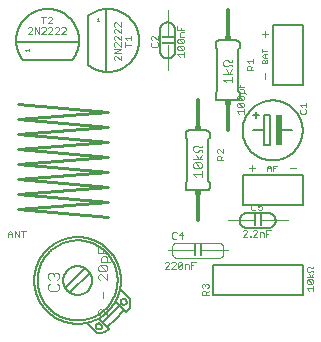
<source format=gto>
G75*
%MOIN*%
%OFA0B0*%
%FSLAX25Y25*%
%IPPOS*%
%LPD*%
%AMOC8*
5,1,8,0,0,1.08239X$1,22.5*
%
%ADD10C,0.00500*%
%ADD11C,0.00300*%
%ADD12C,0.00200*%
%ADD13C,0.00600*%
%ADD14R,0.02000X0.10000*%
%ADD15R,0.04000X0.01000*%
%ADD16C,0.00400*%
%ADD17C,0.00100*%
%ADD18R,0.01000X0.04000*%
%ADD19C,0.01000*%
%ADD20R,0.02000X0.01500*%
%ADD21C,0.01200*%
D10*
X0027132Y0018829D02*
X0033641Y0025337D01*
X0035245Y0023733D02*
X0028737Y0017225D01*
X0017901Y0021236D02*
X0017905Y0021563D01*
X0017917Y0021890D01*
X0017937Y0022217D01*
X0017965Y0022543D01*
X0018001Y0022868D01*
X0018045Y0023193D01*
X0018097Y0023516D01*
X0018157Y0023838D01*
X0018225Y0024158D01*
X0018301Y0024476D01*
X0018384Y0024793D01*
X0018475Y0025107D01*
X0018574Y0025419D01*
X0018681Y0025728D01*
X0018795Y0026035D01*
X0018916Y0026339D01*
X0019045Y0026640D01*
X0019181Y0026937D01*
X0019325Y0027232D01*
X0019476Y0027522D01*
X0019633Y0027809D01*
X0019798Y0028092D01*
X0019970Y0028370D01*
X0020148Y0028645D01*
X0020334Y0028914D01*
X0020525Y0029180D01*
X0020723Y0029440D01*
X0020928Y0029696D01*
X0021139Y0029946D01*
X0021355Y0030191D01*
X0021578Y0030431D01*
X0021807Y0030665D01*
X0022041Y0030894D01*
X0022281Y0031117D01*
X0022526Y0031333D01*
X0022776Y0031544D01*
X0023032Y0031749D01*
X0023292Y0031947D01*
X0023558Y0032138D01*
X0023827Y0032324D01*
X0024102Y0032502D01*
X0024380Y0032674D01*
X0024663Y0032839D01*
X0024950Y0032996D01*
X0025240Y0033147D01*
X0025535Y0033291D01*
X0025832Y0033427D01*
X0026133Y0033556D01*
X0026437Y0033677D01*
X0026744Y0033791D01*
X0027053Y0033898D01*
X0027365Y0033997D01*
X0027679Y0034088D01*
X0027996Y0034171D01*
X0028314Y0034247D01*
X0028634Y0034315D01*
X0028956Y0034375D01*
X0029279Y0034427D01*
X0029604Y0034471D01*
X0029929Y0034507D01*
X0030255Y0034535D01*
X0030582Y0034555D01*
X0030909Y0034567D01*
X0031236Y0034571D01*
X0031563Y0034567D01*
X0031890Y0034555D01*
X0032217Y0034535D01*
X0032543Y0034507D01*
X0032868Y0034471D01*
X0033193Y0034427D01*
X0033516Y0034375D01*
X0033838Y0034315D01*
X0034158Y0034247D01*
X0034476Y0034171D01*
X0034793Y0034088D01*
X0035107Y0033997D01*
X0035419Y0033898D01*
X0035728Y0033791D01*
X0036035Y0033677D01*
X0036339Y0033556D01*
X0036640Y0033427D01*
X0036937Y0033291D01*
X0037232Y0033147D01*
X0037522Y0032996D01*
X0037809Y0032839D01*
X0038092Y0032674D01*
X0038370Y0032502D01*
X0038645Y0032324D01*
X0038914Y0032138D01*
X0039180Y0031947D01*
X0039440Y0031749D01*
X0039696Y0031544D01*
X0039946Y0031333D01*
X0040191Y0031117D01*
X0040431Y0030894D01*
X0040665Y0030665D01*
X0040894Y0030431D01*
X0041117Y0030191D01*
X0041333Y0029946D01*
X0041544Y0029696D01*
X0041749Y0029440D01*
X0041947Y0029180D01*
X0042138Y0028914D01*
X0042324Y0028645D01*
X0042502Y0028370D01*
X0042674Y0028092D01*
X0042839Y0027809D01*
X0042996Y0027522D01*
X0043147Y0027232D01*
X0043291Y0026937D01*
X0043427Y0026640D01*
X0043556Y0026339D01*
X0043677Y0026035D01*
X0043791Y0025728D01*
X0043898Y0025419D01*
X0043997Y0025107D01*
X0044088Y0024793D01*
X0044171Y0024476D01*
X0044247Y0024158D01*
X0044315Y0023838D01*
X0044375Y0023516D01*
X0044427Y0023193D01*
X0044471Y0022868D01*
X0044507Y0022543D01*
X0044535Y0022217D01*
X0044555Y0021890D01*
X0044567Y0021563D01*
X0044571Y0021236D01*
X0044567Y0020909D01*
X0044555Y0020582D01*
X0044535Y0020255D01*
X0044507Y0019929D01*
X0044471Y0019604D01*
X0044427Y0019279D01*
X0044375Y0018956D01*
X0044315Y0018634D01*
X0044247Y0018314D01*
X0044171Y0017996D01*
X0044088Y0017679D01*
X0043997Y0017365D01*
X0043898Y0017053D01*
X0043791Y0016744D01*
X0043677Y0016437D01*
X0043556Y0016133D01*
X0043427Y0015832D01*
X0043291Y0015535D01*
X0043147Y0015240D01*
X0042996Y0014950D01*
X0042839Y0014663D01*
X0042674Y0014380D01*
X0042502Y0014102D01*
X0042324Y0013827D01*
X0042138Y0013558D01*
X0041947Y0013292D01*
X0041749Y0013032D01*
X0041544Y0012776D01*
X0041333Y0012526D01*
X0041117Y0012281D01*
X0040894Y0012041D01*
X0040665Y0011807D01*
X0040431Y0011578D01*
X0040191Y0011355D01*
X0039946Y0011139D01*
X0039696Y0010928D01*
X0039440Y0010723D01*
X0039180Y0010525D01*
X0038914Y0010334D01*
X0038645Y0010148D01*
X0038370Y0009970D01*
X0038092Y0009798D01*
X0037809Y0009633D01*
X0037522Y0009476D01*
X0037232Y0009325D01*
X0036937Y0009181D01*
X0036640Y0009045D01*
X0036339Y0008916D01*
X0036035Y0008795D01*
X0035728Y0008681D01*
X0035419Y0008574D01*
X0035107Y0008475D01*
X0034793Y0008384D01*
X0034476Y0008301D01*
X0034158Y0008225D01*
X0033838Y0008157D01*
X0033516Y0008097D01*
X0033193Y0008045D01*
X0032868Y0008001D01*
X0032543Y0007965D01*
X0032217Y0007937D01*
X0031890Y0007917D01*
X0031563Y0007905D01*
X0031236Y0007901D01*
X0030909Y0007905D01*
X0030582Y0007917D01*
X0030255Y0007937D01*
X0029929Y0007965D01*
X0029604Y0008001D01*
X0029279Y0008045D01*
X0028956Y0008097D01*
X0028634Y0008157D01*
X0028314Y0008225D01*
X0027996Y0008301D01*
X0027679Y0008384D01*
X0027365Y0008475D01*
X0027053Y0008574D01*
X0026744Y0008681D01*
X0026437Y0008795D01*
X0026133Y0008916D01*
X0025832Y0009045D01*
X0025535Y0009181D01*
X0025240Y0009325D01*
X0024950Y0009476D01*
X0024663Y0009633D01*
X0024380Y0009798D01*
X0024102Y0009970D01*
X0023827Y0010148D01*
X0023558Y0010334D01*
X0023292Y0010525D01*
X0023032Y0010723D01*
X0022776Y0010928D01*
X0022526Y0011139D01*
X0022281Y0011355D01*
X0022041Y0011578D01*
X0021807Y0011807D01*
X0021578Y0012041D01*
X0021355Y0012281D01*
X0021139Y0012526D01*
X0020928Y0012776D01*
X0020723Y0013032D01*
X0020525Y0013292D01*
X0020334Y0013558D01*
X0020148Y0013827D01*
X0019970Y0014102D01*
X0019798Y0014380D01*
X0019633Y0014663D01*
X0019476Y0014950D01*
X0019325Y0015240D01*
X0019181Y0015535D01*
X0019045Y0015832D01*
X0018916Y0016133D01*
X0018795Y0016437D01*
X0018681Y0016744D01*
X0018574Y0017053D01*
X0018475Y0017365D01*
X0018384Y0017679D01*
X0018301Y0017996D01*
X0018225Y0018314D01*
X0018157Y0018634D01*
X0018097Y0018956D01*
X0018045Y0019279D01*
X0018001Y0019604D01*
X0017965Y0019929D01*
X0017937Y0020255D01*
X0017917Y0020582D01*
X0017905Y0020909D01*
X0017901Y0021236D01*
X0016792Y0021236D02*
X0016796Y0021590D01*
X0016809Y0021945D01*
X0016831Y0022299D01*
X0016862Y0022652D01*
X0016901Y0023004D01*
X0016948Y0023355D01*
X0017005Y0023705D01*
X0017070Y0024054D01*
X0017143Y0024401D01*
X0017225Y0024746D01*
X0017315Y0025088D01*
X0017414Y0025429D01*
X0017521Y0025767D01*
X0017636Y0026102D01*
X0017760Y0026434D01*
X0017891Y0026763D01*
X0018031Y0027089D01*
X0018179Y0027412D01*
X0018334Y0027730D01*
X0018498Y0028045D01*
X0018668Y0028355D01*
X0018847Y0028662D01*
X0019033Y0028964D01*
X0019226Y0029261D01*
X0019427Y0029553D01*
X0019634Y0029840D01*
X0019849Y0030122D01*
X0020071Y0030399D01*
X0020299Y0030670D01*
X0020534Y0030936D01*
X0020775Y0031196D01*
X0021023Y0031449D01*
X0021276Y0031697D01*
X0021536Y0031938D01*
X0021802Y0032173D01*
X0022073Y0032401D01*
X0022350Y0032623D01*
X0022632Y0032838D01*
X0022919Y0033045D01*
X0023211Y0033246D01*
X0023508Y0033439D01*
X0023810Y0033625D01*
X0024117Y0033804D01*
X0024427Y0033974D01*
X0024742Y0034138D01*
X0025060Y0034293D01*
X0025383Y0034441D01*
X0025709Y0034581D01*
X0026038Y0034712D01*
X0026370Y0034836D01*
X0026705Y0034951D01*
X0027043Y0035058D01*
X0027384Y0035157D01*
X0027726Y0035247D01*
X0028071Y0035329D01*
X0028418Y0035402D01*
X0028767Y0035467D01*
X0029117Y0035524D01*
X0029468Y0035571D01*
X0029820Y0035610D01*
X0030173Y0035641D01*
X0030527Y0035663D01*
X0030882Y0035676D01*
X0031236Y0035680D01*
X0031590Y0035676D01*
X0031945Y0035663D01*
X0032299Y0035641D01*
X0032652Y0035610D01*
X0033004Y0035571D01*
X0033355Y0035524D01*
X0033705Y0035467D01*
X0034054Y0035402D01*
X0034401Y0035329D01*
X0034746Y0035247D01*
X0035088Y0035157D01*
X0035429Y0035058D01*
X0035767Y0034951D01*
X0036102Y0034836D01*
X0036434Y0034712D01*
X0036763Y0034581D01*
X0037089Y0034441D01*
X0037412Y0034293D01*
X0037730Y0034138D01*
X0038045Y0033974D01*
X0038355Y0033804D01*
X0038662Y0033625D01*
X0038964Y0033439D01*
X0039261Y0033246D01*
X0039553Y0033045D01*
X0039840Y0032838D01*
X0040122Y0032623D01*
X0040399Y0032401D01*
X0040670Y0032173D01*
X0040936Y0031938D01*
X0041196Y0031697D01*
X0041449Y0031449D01*
X0041697Y0031196D01*
X0041938Y0030936D01*
X0042173Y0030670D01*
X0042401Y0030399D01*
X0042623Y0030122D01*
X0042838Y0029840D01*
X0043045Y0029553D01*
X0043246Y0029261D01*
X0043439Y0028964D01*
X0043625Y0028662D01*
X0043804Y0028355D01*
X0043974Y0028045D01*
X0044138Y0027730D01*
X0044293Y0027412D01*
X0044441Y0027089D01*
X0044581Y0026763D01*
X0044712Y0026434D01*
X0044836Y0026102D01*
X0044951Y0025767D01*
X0045058Y0025429D01*
X0045157Y0025088D01*
X0045247Y0024746D01*
X0045329Y0024401D01*
X0045402Y0024054D01*
X0045467Y0023705D01*
X0045524Y0023355D01*
X0045571Y0023004D01*
X0045610Y0022652D01*
X0045641Y0022299D01*
X0045663Y0021945D01*
X0045676Y0021590D01*
X0045680Y0021236D01*
X0045676Y0020882D01*
X0045663Y0020527D01*
X0045641Y0020173D01*
X0045610Y0019820D01*
X0045571Y0019468D01*
X0045524Y0019117D01*
X0045467Y0018767D01*
X0045402Y0018418D01*
X0045329Y0018071D01*
X0045247Y0017726D01*
X0045157Y0017384D01*
X0045058Y0017043D01*
X0044951Y0016705D01*
X0044836Y0016370D01*
X0044712Y0016038D01*
X0044581Y0015709D01*
X0044441Y0015383D01*
X0044293Y0015060D01*
X0044138Y0014742D01*
X0043974Y0014427D01*
X0043804Y0014117D01*
X0043625Y0013810D01*
X0043439Y0013508D01*
X0043246Y0013211D01*
X0043045Y0012919D01*
X0042838Y0012632D01*
X0042623Y0012350D01*
X0042401Y0012073D01*
X0042173Y0011802D01*
X0041938Y0011536D01*
X0041697Y0011276D01*
X0041449Y0011023D01*
X0041196Y0010775D01*
X0040936Y0010534D01*
X0040670Y0010299D01*
X0040399Y0010071D01*
X0040122Y0009849D01*
X0039840Y0009634D01*
X0039553Y0009427D01*
X0039261Y0009226D01*
X0038964Y0009033D01*
X0038662Y0008847D01*
X0038355Y0008668D01*
X0038045Y0008498D01*
X0037730Y0008334D01*
X0037412Y0008179D01*
X0037089Y0008031D01*
X0036763Y0007891D01*
X0036434Y0007760D01*
X0036102Y0007636D01*
X0035767Y0007521D01*
X0035429Y0007414D01*
X0035088Y0007315D01*
X0034746Y0007225D01*
X0034401Y0007143D01*
X0034054Y0007070D01*
X0033705Y0007005D01*
X0033355Y0006948D01*
X0033004Y0006901D01*
X0032652Y0006862D01*
X0032299Y0006831D01*
X0031945Y0006809D01*
X0031590Y0006796D01*
X0031236Y0006792D01*
X0030882Y0006796D01*
X0030527Y0006809D01*
X0030173Y0006831D01*
X0029820Y0006862D01*
X0029468Y0006901D01*
X0029117Y0006948D01*
X0028767Y0007005D01*
X0028418Y0007070D01*
X0028071Y0007143D01*
X0027726Y0007225D01*
X0027384Y0007315D01*
X0027043Y0007414D01*
X0026705Y0007521D01*
X0026370Y0007636D01*
X0026038Y0007760D01*
X0025709Y0007891D01*
X0025383Y0008031D01*
X0025060Y0008179D01*
X0024742Y0008334D01*
X0024427Y0008498D01*
X0024117Y0008668D01*
X0023810Y0008847D01*
X0023508Y0009033D01*
X0023211Y0009226D01*
X0022919Y0009427D01*
X0022632Y0009634D01*
X0022350Y0009849D01*
X0022073Y0010071D01*
X0021802Y0010299D01*
X0021536Y0010534D01*
X0021276Y0010775D01*
X0021023Y0011023D01*
X0020775Y0011276D01*
X0020534Y0011536D01*
X0020299Y0011802D01*
X0020071Y0012073D01*
X0019849Y0012350D01*
X0019634Y0012632D01*
X0019427Y0012919D01*
X0019226Y0013211D01*
X0019033Y0013508D01*
X0018847Y0013810D01*
X0018668Y0014117D01*
X0018498Y0014427D01*
X0018334Y0014742D01*
X0018179Y0015060D01*
X0018031Y0015383D01*
X0017891Y0015709D01*
X0017760Y0016038D01*
X0017636Y0016370D01*
X0017521Y0016705D01*
X0017414Y0017043D01*
X0017315Y0017384D01*
X0017225Y0017726D01*
X0017143Y0018071D01*
X0017070Y0018418D01*
X0017005Y0018767D01*
X0016948Y0019117D01*
X0016901Y0019468D01*
X0016862Y0019820D01*
X0016831Y0020173D01*
X0016809Y0020527D01*
X0016796Y0020882D01*
X0016792Y0021236D01*
X0026436Y0021236D02*
X0026438Y0021374D01*
X0026444Y0021513D01*
X0026454Y0021651D01*
X0026468Y0021788D01*
X0026486Y0021925D01*
X0026508Y0022062D01*
X0026533Y0022198D01*
X0026563Y0022333D01*
X0026597Y0022467D01*
X0026634Y0022600D01*
X0026675Y0022732D01*
X0026720Y0022863D01*
X0026769Y0022993D01*
X0026821Y0023121D01*
X0026878Y0023247D01*
X0026937Y0023372D01*
X0027001Y0023495D01*
X0027068Y0023616D01*
X0027138Y0023735D01*
X0027212Y0023852D01*
X0027289Y0023967D01*
X0027369Y0024080D01*
X0027453Y0024190D01*
X0027539Y0024298D01*
X0027629Y0024403D01*
X0027722Y0024506D01*
X0027818Y0024606D01*
X0027916Y0024703D01*
X0028017Y0024797D01*
X0028121Y0024888D01*
X0028228Y0024976D01*
X0028337Y0025062D01*
X0028448Y0025144D01*
X0028562Y0025222D01*
X0028678Y0025298D01*
X0028796Y0025370D01*
X0028916Y0025438D01*
X0029038Y0025503D01*
X0029162Y0025565D01*
X0029288Y0025623D01*
X0029415Y0025677D01*
X0029544Y0025728D01*
X0029674Y0025775D01*
X0029805Y0025818D01*
X0029938Y0025857D01*
X0030072Y0025893D01*
X0030206Y0025924D01*
X0030342Y0025952D01*
X0030478Y0025976D01*
X0030615Y0025996D01*
X0030753Y0026012D01*
X0030890Y0026024D01*
X0031029Y0026032D01*
X0031167Y0026036D01*
X0031305Y0026036D01*
X0031443Y0026032D01*
X0031582Y0026024D01*
X0031719Y0026012D01*
X0031857Y0025996D01*
X0031994Y0025976D01*
X0032130Y0025952D01*
X0032266Y0025924D01*
X0032400Y0025893D01*
X0032534Y0025857D01*
X0032667Y0025818D01*
X0032798Y0025775D01*
X0032928Y0025728D01*
X0033057Y0025677D01*
X0033184Y0025623D01*
X0033310Y0025565D01*
X0033434Y0025503D01*
X0033556Y0025438D01*
X0033676Y0025370D01*
X0033794Y0025298D01*
X0033910Y0025222D01*
X0034024Y0025144D01*
X0034135Y0025062D01*
X0034244Y0024976D01*
X0034351Y0024888D01*
X0034455Y0024797D01*
X0034556Y0024703D01*
X0034654Y0024606D01*
X0034750Y0024506D01*
X0034843Y0024403D01*
X0034933Y0024298D01*
X0035019Y0024190D01*
X0035103Y0024080D01*
X0035183Y0023967D01*
X0035260Y0023852D01*
X0035334Y0023735D01*
X0035404Y0023616D01*
X0035471Y0023495D01*
X0035535Y0023372D01*
X0035594Y0023247D01*
X0035651Y0023121D01*
X0035703Y0022993D01*
X0035752Y0022863D01*
X0035797Y0022732D01*
X0035838Y0022600D01*
X0035875Y0022467D01*
X0035909Y0022333D01*
X0035939Y0022198D01*
X0035964Y0022062D01*
X0035986Y0021925D01*
X0036004Y0021788D01*
X0036018Y0021651D01*
X0036028Y0021513D01*
X0036034Y0021374D01*
X0036036Y0021236D01*
X0036034Y0021098D01*
X0036028Y0020959D01*
X0036018Y0020821D01*
X0036004Y0020684D01*
X0035986Y0020547D01*
X0035964Y0020410D01*
X0035939Y0020274D01*
X0035909Y0020139D01*
X0035875Y0020005D01*
X0035838Y0019872D01*
X0035797Y0019740D01*
X0035752Y0019609D01*
X0035703Y0019479D01*
X0035651Y0019351D01*
X0035594Y0019225D01*
X0035535Y0019100D01*
X0035471Y0018977D01*
X0035404Y0018856D01*
X0035334Y0018737D01*
X0035260Y0018620D01*
X0035183Y0018505D01*
X0035103Y0018392D01*
X0035019Y0018282D01*
X0034933Y0018174D01*
X0034843Y0018069D01*
X0034750Y0017966D01*
X0034654Y0017866D01*
X0034556Y0017769D01*
X0034455Y0017675D01*
X0034351Y0017584D01*
X0034244Y0017496D01*
X0034135Y0017410D01*
X0034024Y0017328D01*
X0033910Y0017250D01*
X0033794Y0017174D01*
X0033676Y0017102D01*
X0033556Y0017034D01*
X0033434Y0016969D01*
X0033310Y0016907D01*
X0033184Y0016849D01*
X0033057Y0016795D01*
X0032928Y0016744D01*
X0032798Y0016697D01*
X0032667Y0016654D01*
X0032534Y0016615D01*
X0032400Y0016579D01*
X0032266Y0016548D01*
X0032130Y0016520D01*
X0031994Y0016496D01*
X0031857Y0016476D01*
X0031719Y0016460D01*
X0031582Y0016448D01*
X0031443Y0016440D01*
X0031305Y0016436D01*
X0031167Y0016436D01*
X0031029Y0016440D01*
X0030890Y0016448D01*
X0030753Y0016460D01*
X0030615Y0016476D01*
X0030478Y0016496D01*
X0030342Y0016520D01*
X0030206Y0016548D01*
X0030072Y0016579D01*
X0029938Y0016615D01*
X0029805Y0016654D01*
X0029674Y0016697D01*
X0029544Y0016744D01*
X0029415Y0016795D01*
X0029288Y0016849D01*
X0029162Y0016907D01*
X0029038Y0016969D01*
X0028916Y0017034D01*
X0028796Y0017102D01*
X0028678Y0017174D01*
X0028562Y0017250D01*
X0028448Y0017328D01*
X0028337Y0017410D01*
X0028228Y0017496D01*
X0028121Y0017584D01*
X0028017Y0017675D01*
X0027916Y0017769D01*
X0027818Y0017866D01*
X0027722Y0017966D01*
X0027629Y0018069D01*
X0027539Y0018174D01*
X0027453Y0018282D01*
X0027369Y0018392D01*
X0027289Y0018505D01*
X0027212Y0018620D01*
X0027138Y0018737D01*
X0027068Y0018856D01*
X0027001Y0018977D01*
X0026937Y0019100D01*
X0026878Y0019225D01*
X0026821Y0019351D01*
X0026769Y0019479D01*
X0026720Y0019609D01*
X0026675Y0019740D01*
X0026634Y0019872D01*
X0026597Y0020005D01*
X0026563Y0020139D01*
X0026533Y0020274D01*
X0026508Y0020410D01*
X0026486Y0020547D01*
X0026468Y0020684D01*
X0026454Y0020821D01*
X0026444Y0020959D01*
X0026438Y0021098D01*
X0026436Y0021236D01*
X0038466Y0008511D02*
X0041813Y0005164D01*
X0040529Y0003881D01*
X0039058Y0003774D01*
X0037588Y0003667D01*
X0034379Y0006876D01*
X0037343Y0005957D02*
X0037345Y0006020D01*
X0037351Y0006082D01*
X0037361Y0006144D01*
X0037374Y0006206D01*
X0037392Y0006266D01*
X0037413Y0006325D01*
X0037438Y0006383D01*
X0037467Y0006439D01*
X0037499Y0006493D01*
X0037534Y0006545D01*
X0037572Y0006594D01*
X0037614Y0006642D01*
X0037658Y0006686D01*
X0037706Y0006728D01*
X0037755Y0006766D01*
X0037807Y0006801D01*
X0037861Y0006833D01*
X0037917Y0006862D01*
X0037975Y0006887D01*
X0038034Y0006908D01*
X0038094Y0006926D01*
X0038156Y0006939D01*
X0038218Y0006949D01*
X0038280Y0006955D01*
X0038343Y0006957D01*
X0038406Y0006955D01*
X0038468Y0006949D01*
X0038530Y0006939D01*
X0038592Y0006926D01*
X0038652Y0006908D01*
X0038711Y0006887D01*
X0038769Y0006862D01*
X0038825Y0006833D01*
X0038879Y0006801D01*
X0038931Y0006766D01*
X0038980Y0006728D01*
X0039028Y0006686D01*
X0039072Y0006642D01*
X0039114Y0006594D01*
X0039152Y0006545D01*
X0039187Y0006493D01*
X0039219Y0006439D01*
X0039248Y0006383D01*
X0039273Y0006325D01*
X0039294Y0006266D01*
X0039312Y0006206D01*
X0039325Y0006144D01*
X0039335Y0006082D01*
X0039341Y0006020D01*
X0039343Y0005957D01*
X0039341Y0005894D01*
X0039335Y0005832D01*
X0039325Y0005770D01*
X0039312Y0005708D01*
X0039294Y0005648D01*
X0039273Y0005589D01*
X0039248Y0005531D01*
X0039219Y0005475D01*
X0039187Y0005421D01*
X0039152Y0005369D01*
X0039114Y0005320D01*
X0039072Y0005272D01*
X0039028Y0005228D01*
X0038980Y0005186D01*
X0038931Y0005148D01*
X0038879Y0005113D01*
X0038825Y0005081D01*
X0038769Y0005052D01*
X0038711Y0005027D01*
X0038652Y0005006D01*
X0038592Y0004988D01*
X0038530Y0004975D01*
X0038468Y0004965D01*
X0038406Y0004959D01*
X0038343Y0004957D01*
X0038280Y0004959D01*
X0038218Y0004965D01*
X0038156Y0004975D01*
X0038094Y0004988D01*
X0038034Y0005006D01*
X0037975Y0005027D01*
X0037917Y0005052D01*
X0037861Y0005081D01*
X0037807Y0005113D01*
X0037755Y0005148D01*
X0037706Y0005186D01*
X0037658Y0005228D01*
X0037614Y0005272D01*
X0037572Y0005320D01*
X0037534Y0005369D01*
X0037499Y0005421D01*
X0037467Y0005475D01*
X0037438Y0005531D01*
X0037413Y0005589D01*
X0037392Y0005648D01*
X0037374Y0005708D01*
X0037361Y0005770D01*
X0037351Y0005832D01*
X0037345Y0005894D01*
X0037343Y0005957D01*
X0039679Y0007368D02*
X0045086Y0012775D01*
X0043976Y0014020D02*
X0047322Y0010673D01*
X0048606Y0011957D01*
X0048719Y0013433D01*
X0048831Y0014910D01*
X0045463Y0018278D01*
X0045596Y0014155D02*
X0045598Y0014218D01*
X0045604Y0014280D01*
X0045614Y0014342D01*
X0045627Y0014404D01*
X0045645Y0014464D01*
X0045666Y0014523D01*
X0045691Y0014581D01*
X0045720Y0014637D01*
X0045752Y0014691D01*
X0045787Y0014743D01*
X0045825Y0014792D01*
X0045867Y0014840D01*
X0045911Y0014884D01*
X0045959Y0014926D01*
X0046008Y0014964D01*
X0046060Y0014999D01*
X0046114Y0015031D01*
X0046170Y0015060D01*
X0046228Y0015085D01*
X0046287Y0015106D01*
X0046347Y0015124D01*
X0046409Y0015137D01*
X0046471Y0015147D01*
X0046533Y0015153D01*
X0046596Y0015155D01*
X0046659Y0015153D01*
X0046721Y0015147D01*
X0046783Y0015137D01*
X0046845Y0015124D01*
X0046905Y0015106D01*
X0046964Y0015085D01*
X0047022Y0015060D01*
X0047078Y0015031D01*
X0047132Y0014999D01*
X0047184Y0014964D01*
X0047233Y0014926D01*
X0047281Y0014884D01*
X0047325Y0014840D01*
X0047367Y0014792D01*
X0047405Y0014743D01*
X0047440Y0014691D01*
X0047472Y0014637D01*
X0047501Y0014581D01*
X0047526Y0014523D01*
X0047547Y0014464D01*
X0047565Y0014404D01*
X0047578Y0014342D01*
X0047588Y0014280D01*
X0047594Y0014218D01*
X0047596Y0014155D01*
X0047594Y0014092D01*
X0047588Y0014030D01*
X0047578Y0013968D01*
X0047565Y0013906D01*
X0047547Y0013846D01*
X0047526Y0013787D01*
X0047501Y0013729D01*
X0047472Y0013673D01*
X0047440Y0013619D01*
X0047405Y0013567D01*
X0047367Y0013518D01*
X0047325Y0013470D01*
X0047281Y0013426D01*
X0047233Y0013384D01*
X0047184Y0013346D01*
X0047132Y0013311D01*
X0047078Y0013279D01*
X0047022Y0013250D01*
X0046964Y0013225D01*
X0046905Y0013204D01*
X0046845Y0013186D01*
X0046783Y0013173D01*
X0046721Y0013163D01*
X0046659Y0013157D01*
X0046596Y0013155D01*
X0046533Y0013157D01*
X0046471Y0013163D01*
X0046409Y0013173D01*
X0046347Y0013186D01*
X0046287Y0013204D01*
X0046228Y0013225D01*
X0046170Y0013250D01*
X0046114Y0013279D01*
X0046060Y0013311D01*
X0046008Y0013346D01*
X0045959Y0013384D01*
X0045911Y0013426D01*
X0045867Y0013470D01*
X0045825Y0013518D01*
X0045787Y0013567D01*
X0045752Y0013619D01*
X0045720Y0013673D01*
X0045691Y0013729D01*
X0045666Y0013787D01*
X0045645Y0013846D01*
X0045627Y0013906D01*
X0045614Y0013968D01*
X0045604Y0014030D01*
X0045598Y0014092D01*
X0045596Y0014155D01*
X0046489Y0011059D02*
X0043958Y0008528D01*
X0043957Y0008528D02*
X0041176Y0005747D01*
X0076236Y0016236D02*
X0106236Y0016236D01*
X0106236Y0026236D01*
X0076236Y0026236D01*
X0076236Y0016236D01*
X0087736Y0038736D02*
X0094736Y0038736D01*
X0094834Y0038738D01*
X0094932Y0038744D01*
X0095030Y0038753D01*
X0095127Y0038767D01*
X0095224Y0038784D01*
X0095320Y0038805D01*
X0095415Y0038830D01*
X0095509Y0038858D01*
X0095601Y0038891D01*
X0095693Y0038926D01*
X0095783Y0038966D01*
X0095871Y0039008D01*
X0095958Y0039055D01*
X0096042Y0039104D01*
X0096125Y0039157D01*
X0096205Y0039213D01*
X0096284Y0039273D01*
X0096360Y0039335D01*
X0096433Y0039400D01*
X0096504Y0039468D01*
X0096572Y0039539D01*
X0096637Y0039612D01*
X0096699Y0039688D01*
X0096759Y0039767D01*
X0096815Y0039847D01*
X0096868Y0039930D01*
X0096917Y0040014D01*
X0096964Y0040101D01*
X0097006Y0040189D01*
X0097046Y0040279D01*
X0097081Y0040371D01*
X0097114Y0040463D01*
X0097142Y0040557D01*
X0097167Y0040652D01*
X0097188Y0040748D01*
X0097205Y0040845D01*
X0097219Y0040942D01*
X0097228Y0041040D01*
X0097234Y0041138D01*
X0097236Y0041236D01*
X0097234Y0041334D01*
X0097228Y0041432D01*
X0097219Y0041530D01*
X0097205Y0041627D01*
X0097188Y0041724D01*
X0097167Y0041820D01*
X0097142Y0041915D01*
X0097114Y0042009D01*
X0097081Y0042101D01*
X0097046Y0042193D01*
X0097006Y0042283D01*
X0096964Y0042371D01*
X0096917Y0042458D01*
X0096868Y0042542D01*
X0096815Y0042625D01*
X0096759Y0042705D01*
X0096699Y0042784D01*
X0096637Y0042860D01*
X0096572Y0042933D01*
X0096504Y0043004D01*
X0096433Y0043072D01*
X0096360Y0043137D01*
X0096284Y0043199D01*
X0096205Y0043259D01*
X0096125Y0043315D01*
X0096042Y0043368D01*
X0095958Y0043417D01*
X0095871Y0043464D01*
X0095783Y0043506D01*
X0095693Y0043546D01*
X0095601Y0043581D01*
X0095509Y0043614D01*
X0095415Y0043642D01*
X0095320Y0043667D01*
X0095224Y0043688D01*
X0095127Y0043705D01*
X0095030Y0043719D01*
X0094932Y0043728D01*
X0094834Y0043734D01*
X0094736Y0043736D01*
X0087736Y0043736D01*
X0087638Y0043734D01*
X0087540Y0043728D01*
X0087442Y0043719D01*
X0087345Y0043705D01*
X0087248Y0043688D01*
X0087152Y0043667D01*
X0087057Y0043642D01*
X0086963Y0043614D01*
X0086871Y0043581D01*
X0086779Y0043546D01*
X0086689Y0043506D01*
X0086601Y0043464D01*
X0086514Y0043417D01*
X0086430Y0043368D01*
X0086347Y0043315D01*
X0086267Y0043259D01*
X0086188Y0043199D01*
X0086112Y0043137D01*
X0086039Y0043072D01*
X0085968Y0043004D01*
X0085900Y0042933D01*
X0085835Y0042860D01*
X0085773Y0042784D01*
X0085713Y0042705D01*
X0085657Y0042625D01*
X0085604Y0042542D01*
X0085555Y0042458D01*
X0085508Y0042371D01*
X0085466Y0042283D01*
X0085426Y0042193D01*
X0085391Y0042101D01*
X0085358Y0042009D01*
X0085330Y0041915D01*
X0085305Y0041820D01*
X0085284Y0041724D01*
X0085267Y0041627D01*
X0085253Y0041530D01*
X0085244Y0041432D01*
X0085238Y0041334D01*
X0085236Y0041236D01*
X0085238Y0041138D01*
X0085244Y0041040D01*
X0085253Y0040942D01*
X0085267Y0040845D01*
X0085284Y0040748D01*
X0085305Y0040652D01*
X0085330Y0040557D01*
X0085358Y0040463D01*
X0085391Y0040371D01*
X0085426Y0040279D01*
X0085466Y0040189D01*
X0085508Y0040101D01*
X0085555Y0040014D01*
X0085604Y0039930D01*
X0085657Y0039847D01*
X0085713Y0039767D01*
X0085773Y0039688D01*
X0085835Y0039612D01*
X0085900Y0039539D01*
X0085968Y0039468D01*
X0086039Y0039400D01*
X0086112Y0039335D01*
X0086188Y0039273D01*
X0086267Y0039213D01*
X0086347Y0039157D01*
X0086430Y0039104D01*
X0086514Y0039055D01*
X0086601Y0039008D01*
X0086689Y0038966D01*
X0086779Y0038926D01*
X0086871Y0038891D01*
X0086963Y0038858D01*
X0087057Y0038830D01*
X0087152Y0038805D01*
X0087248Y0038784D01*
X0087345Y0038767D01*
X0087442Y0038753D01*
X0087540Y0038744D01*
X0087638Y0038738D01*
X0087736Y0038736D01*
X0085236Y0041236D02*
X0085238Y0041334D01*
X0085244Y0041432D01*
X0085253Y0041530D01*
X0085267Y0041627D01*
X0085284Y0041724D01*
X0085305Y0041820D01*
X0085330Y0041915D01*
X0085358Y0042009D01*
X0085391Y0042101D01*
X0085426Y0042193D01*
X0085466Y0042283D01*
X0085508Y0042371D01*
X0085555Y0042458D01*
X0085604Y0042542D01*
X0085657Y0042625D01*
X0085713Y0042705D01*
X0085773Y0042784D01*
X0085835Y0042860D01*
X0085900Y0042933D01*
X0085968Y0043004D01*
X0086039Y0043072D01*
X0086112Y0043137D01*
X0086188Y0043199D01*
X0086267Y0043259D01*
X0086347Y0043315D01*
X0086430Y0043368D01*
X0086514Y0043417D01*
X0086601Y0043464D01*
X0086689Y0043506D01*
X0086779Y0043546D01*
X0086871Y0043581D01*
X0086963Y0043614D01*
X0087057Y0043642D01*
X0087152Y0043667D01*
X0087248Y0043688D01*
X0087345Y0043705D01*
X0087442Y0043719D01*
X0087540Y0043728D01*
X0087638Y0043734D01*
X0087736Y0043736D01*
X0086236Y0046236D02*
X0106236Y0046236D01*
X0106236Y0056236D01*
X0086236Y0056236D01*
X0086236Y0046236D01*
X0096236Y0086236D02*
X0106236Y0086236D01*
X0106236Y0106236D01*
X0096236Y0106236D01*
X0096236Y0086236D01*
X0063736Y0097736D02*
X0063736Y0104736D01*
X0063734Y0104834D01*
X0063728Y0104932D01*
X0063719Y0105030D01*
X0063705Y0105127D01*
X0063688Y0105224D01*
X0063667Y0105320D01*
X0063642Y0105415D01*
X0063614Y0105509D01*
X0063581Y0105601D01*
X0063546Y0105693D01*
X0063506Y0105783D01*
X0063464Y0105871D01*
X0063417Y0105958D01*
X0063368Y0106042D01*
X0063315Y0106125D01*
X0063259Y0106205D01*
X0063199Y0106284D01*
X0063137Y0106360D01*
X0063072Y0106433D01*
X0063004Y0106504D01*
X0062933Y0106572D01*
X0062860Y0106637D01*
X0062784Y0106699D01*
X0062705Y0106759D01*
X0062625Y0106815D01*
X0062542Y0106868D01*
X0062458Y0106917D01*
X0062371Y0106964D01*
X0062283Y0107006D01*
X0062193Y0107046D01*
X0062101Y0107081D01*
X0062009Y0107114D01*
X0061915Y0107142D01*
X0061820Y0107167D01*
X0061724Y0107188D01*
X0061627Y0107205D01*
X0061530Y0107219D01*
X0061432Y0107228D01*
X0061334Y0107234D01*
X0061236Y0107236D01*
X0061138Y0107234D01*
X0061040Y0107228D01*
X0060942Y0107219D01*
X0060845Y0107205D01*
X0060748Y0107188D01*
X0060652Y0107167D01*
X0060557Y0107142D01*
X0060463Y0107114D01*
X0060371Y0107081D01*
X0060279Y0107046D01*
X0060189Y0107006D01*
X0060101Y0106964D01*
X0060014Y0106917D01*
X0059930Y0106868D01*
X0059847Y0106815D01*
X0059767Y0106759D01*
X0059688Y0106699D01*
X0059612Y0106637D01*
X0059539Y0106572D01*
X0059468Y0106504D01*
X0059400Y0106433D01*
X0059335Y0106360D01*
X0059273Y0106284D01*
X0059213Y0106205D01*
X0059157Y0106125D01*
X0059104Y0106042D01*
X0059055Y0105958D01*
X0059008Y0105871D01*
X0058966Y0105783D01*
X0058926Y0105693D01*
X0058891Y0105601D01*
X0058858Y0105509D01*
X0058830Y0105415D01*
X0058805Y0105320D01*
X0058784Y0105224D01*
X0058767Y0105127D01*
X0058753Y0105030D01*
X0058744Y0104932D01*
X0058738Y0104834D01*
X0058736Y0104736D01*
X0058736Y0097736D01*
X0058738Y0097638D01*
X0058744Y0097540D01*
X0058753Y0097442D01*
X0058767Y0097345D01*
X0058784Y0097248D01*
X0058805Y0097152D01*
X0058830Y0097057D01*
X0058858Y0096963D01*
X0058891Y0096871D01*
X0058926Y0096779D01*
X0058966Y0096689D01*
X0059008Y0096601D01*
X0059055Y0096514D01*
X0059104Y0096430D01*
X0059157Y0096347D01*
X0059213Y0096267D01*
X0059273Y0096188D01*
X0059335Y0096112D01*
X0059400Y0096039D01*
X0059468Y0095968D01*
X0059539Y0095900D01*
X0059612Y0095835D01*
X0059688Y0095773D01*
X0059767Y0095713D01*
X0059847Y0095657D01*
X0059930Y0095604D01*
X0060014Y0095555D01*
X0060101Y0095508D01*
X0060189Y0095466D01*
X0060279Y0095426D01*
X0060371Y0095391D01*
X0060463Y0095358D01*
X0060557Y0095330D01*
X0060652Y0095305D01*
X0060748Y0095284D01*
X0060845Y0095267D01*
X0060942Y0095253D01*
X0061040Y0095244D01*
X0061138Y0095238D01*
X0061236Y0095236D01*
X0061334Y0095238D01*
X0061432Y0095244D01*
X0061530Y0095253D01*
X0061627Y0095267D01*
X0061724Y0095284D01*
X0061820Y0095305D01*
X0061915Y0095330D01*
X0062009Y0095358D01*
X0062101Y0095391D01*
X0062193Y0095426D01*
X0062283Y0095466D01*
X0062371Y0095508D01*
X0062458Y0095555D01*
X0062542Y0095604D01*
X0062625Y0095657D01*
X0062705Y0095713D01*
X0062784Y0095773D01*
X0062860Y0095835D01*
X0062933Y0095900D01*
X0063004Y0095968D01*
X0063072Y0096039D01*
X0063137Y0096112D01*
X0063199Y0096188D01*
X0063259Y0096267D01*
X0063315Y0096347D01*
X0063368Y0096430D01*
X0063417Y0096514D01*
X0063464Y0096601D01*
X0063506Y0096689D01*
X0063546Y0096779D01*
X0063581Y0096871D01*
X0063614Y0096963D01*
X0063642Y0097057D01*
X0063667Y0097152D01*
X0063688Y0097248D01*
X0063705Y0097345D01*
X0063719Y0097442D01*
X0063728Y0097540D01*
X0063734Y0097638D01*
X0063736Y0097736D01*
X0061236Y0095236D02*
X0061138Y0095238D01*
X0061040Y0095244D01*
X0060942Y0095253D01*
X0060845Y0095267D01*
X0060748Y0095284D01*
X0060652Y0095305D01*
X0060557Y0095330D01*
X0060463Y0095358D01*
X0060371Y0095391D01*
X0060279Y0095426D01*
X0060189Y0095466D01*
X0060101Y0095508D01*
X0060014Y0095555D01*
X0059930Y0095604D01*
X0059847Y0095657D01*
X0059767Y0095713D01*
X0059688Y0095773D01*
X0059612Y0095835D01*
X0059539Y0095900D01*
X0059468Y0095968D01*
X0059400Y0096039D01*
X0059335Y0096112D01*
X0059273Y0096188D01*
X0059213Y0096267D01*
X0059157Y0096347D01*
X0059104Y0096430D01*
X0059055Y0096514D01*
X0059008Y0096601D01*
X0058966Y0096689D01*
X0058926Y0096779D01*
X0058891Y0096871D01*
X0058858Y0096963D01*
X0058830Y0097057D01*
X0058805Y0097152D01*
X0058784Y0097248D01*
X0058767Y0097345D01*
X0058753Y0097442D01*
X0058744Y0097540D01*
X0058738Y0097638D01*
X0058736Y0097736D01*
X0036859Y0091690D02*
X0036634Y0091797D01*
X0036411Y0091909D01*
X0036191Y0092026D01*
X0035974Y0092148D01*
X0035759Y0092276D01*
X0035548Y0092409D01*
X0035340Y0092546D01*
X0035136Y0092689D01*
X0034934Y0092836D01*
X0034737Y0092988D01*
X0034736Y0092988D02*
X0034736Y0109484D01*
X0040736Y0111724D02*
X0040736Y0090748D01*
X0040992Y0090739D01*
X0041248Y0090736D01*
X0041504Y0090739D01*
X0041760Y0090749D01*
X0042015Y0090765D01*
X0042270Y0090787D01*
X0042525Y0090815D01*
X0042778Y0090850D01*
X0043031Y0090891D01*
X0043283Y0090937D01*
X0043533Y0090990D01*
X0043782Y0091049D01*
X0044030Y0091115D01*
X0044276Y0091186D01*
X0044520Y0091263D01*
X0044762Y0091346D01*
X0045002Y0091435D01*
X0045240Y0091529D01*
X0045475Y0091630D01*
X0045708Y0091736D01*
X0040737Y0090748D02*
X0040480Y0090763D01*
X0040223Y0090785D01*
X0039967Y0090813D01*
X0039712Y0090847D01*
X0039458Y0090888D01*
X0039205Y0090935D01*
X0038953Y0090988D01*
X0038702Y0091047D01*
X0038453Y0091112D01*
X0038206Y0091183D01*
X0037960Y0091260D01*
X0037716Y0091344D01*
X0037475Y0091433D01*
X0037236Y0091528D01*
X0036999Y0091629D01*
X0036765Y0091736D01*
X0029484Y0094736D02*
X0012988Y0094736D01*
X0010748Y0100736D02*
X0031724Y0100736D01*
X0040736Y0111724D02*
X0040992Y0111733D01*
X0041248Y0111736D01*
X0041504Y0111733D01*
X0041760Y0111723D01*
X0042015Y0111707D01*
X0042270Y0111685D01*
X0042525Y0111657D01*
X0042778Y0111622D01*
X0043031Y0111581D01*
X0043283Y0111535D01*
X0043533Y0111482D01*
X0043782Y0111423D01*
X0044030Y0111357D01*
X0044276Y0111286D01*
X0044520Y0111209D01*
X0044762Y0111126D01*
X0045002Y0111037D01*
X0045240Y0110943D01*
X0045475Y0110842D01*
X0045708Y0110736D01*
X0036765Y0110738D02*
X0036550Y0110634D01*
X0036337Y0110525D01*
X0036127Y0110411D01*
X0035920Y0110292D01*
X0035715Y0110169D01*
X0035513Y0110041D01*
X0035314Y0109908D01*
X0035119Y0109771D01*
X0034926Y0109630D01*
X0034737Y0109484D01*
X0045708Y0110736D02*
X0045938Y0110624D01*
X0046165Y0110507D01*
X0046389Y0110385D01*
X0046610Y0110257D01*
X0046827Y0110123D01*
X0047042Y0109985D01*
X0047253Y0109841D01*
X0047460Y0109692D01*
X0047664Y0109538D01*
X0047864Y0109380D01*
X0048060Y0109216D01*
X0048252Y0109048D01*
X0048440Y0108875D01*
X0048624Y0108697D01*
X0048803Y0108516D01*
X0048978Y0108329D01*
X0049148Y0108139D01*
X0049313Y0107945D01*
X0049474Y0107746D01*
X0049630Y0107544D01*
X0049781Y0107338D01*
X0049927Y0107128D01*
X0050067Y0106915D01*
X0050203Y0106699D01*
X0050333Y0106479D01*
X0050458Y0106256D01*
X0050577Y0106031D01*
X0050691Y0105802D01*
X0050799Y0105571D01*
X0050902Y0105337D01*
X0050999Y0105101D01*
X0051090Y0104862D01*
X0051175Y0104622D01*
X0051255Y0104379D01*
X0051328Y0104134D01*
X0051396Y0103888D01*
X0051457Y0103640D01*
X0051512Y0103391D01*
X0051562Y0103141D01*
X0051605Y0102889D01*
X0051642Y0102636D01*
X0051673Y0102383D01*
X0051698Y0102129D01*
X0051717Y0101874D01*
X0051729Y0101619D01*
X0051735Y0101364D01*
X0051735Y0101108D01*
X0051729Y0100853D01*
X0051717Y0100598D01*
X0051698Y0100343D01*
X0051673Y0100089D01*
X0051642Y0099836D01*
X0051605Y0099583D01*
X0051562Y0099331D01*
X0051512Y0099081D01*
X0051457Y0098832D01*
X0051396Y0098584D01*
X0051328Y0098338D01*
X0051255Y0098093D01*
X0051175Y0097850D01*
X0051090Y0097610D01*
X0050999Y0097371D01*
X0050902Y0097135D01*
X0050799Y0096901D01*
X0050691Y0096670D01*
X0050577Y0096441D01*
X0050458Y0096216D01*
X0050333Y0095993D01*
X0050203Y0095773D01*
X0050067Y0095557D01*
X0049927Y0095344D01*
X0049781Y0095134D01*
X0049630Y0094928D01*
X0049474Y0094726D01*
X0049313Y0094527D01*
X0049148Y0094333D01*
X0048978Y0094143D01*
X0048803Y0093956D01*
X0048624Y0093775D01*
X0048440Y0093597D01*
X0048252Y0093424D01*
X0048060Y0093256D01*
X0047864Y0093092D01*
X0047664Y0092934D01*
X0047460Y0092780D01*
X0047253Y0092631D01*
X0047042Y0092487D01*
X0046827Y0092349D01*
X0046610Y0092215D01*
X0046389Y0092087D01*
X0046165Y0091965D01*
X0045938Y0091848D01*
X0045708Y0091736D01*
X0040737Y0111724D02*
X0040480Y0111709D01*
X0040223Y0111687D01*
X0039967Y0111659D01*
X0039712Y0111625D01*
X0039458Y0111584D01*
X0039205Y0111537D01*
X0038953Y0111484D01*
X0038702Y0111425D01*
X0038453Y0111360D01*
X0038206Y0111289D01*
X0037960Y0111212D01*
X0037716Y0111128D01*
X0037475Y0111039D01*
X0037236Y0110944D01*
X0036999Y0110843D01*
X0036765Y0110736D01*
X0030782Y0096859D02*
X0030675Y0096634D01*
X0030563Y0096411D01*
X0030446Y0096191D01*
X0030324Y0095974D01*
X0030196Y0095759D01*
X0030063Y0095548D01*
X0029926Y0095340D01*
X0029783Y0095136D01*
X0029636Y0094934D01*
X0029484Y0094737D01*
X0031724Y0100736D02*
X0031733Y0100992D01*
X0031736Y0101248D01*
X0031733Y0101504D01*
X0031723Y0101760D01*
X0031707Y0102015D01*
X0031685Y0102270D01*
X0031657Y0102525D01*
X0031622Y0102778D01*
X0031581Y0103031D01*
X0031535Y0103283D01*
X0031482Y0103533D01*
X0031423Y0103782D01*
X0031357Y0104030D01*
X0031286Y0104276D01*
X0031209Y0104520D01*
X0031126Y0104762D01*
X0031037Y0105002D01*
X0030943Y0105240D01*
X0030842Y0105475D01*
X0030736Y0105708D01*
X0031724Y0100737D02*
X0031709Y0100480D01*
X0031687Y0100223D01*
X0031659Y0099967D01*
X0031625Y0099712D01*
X0031584Y0099458D01*
X0031537Y0099205D01*
X0031484Y0098953D01*
X0031425Y0098702D01*
X0031360Y0098453D01*
X0031289Y0098206D01*
X0031212Y0097960D01*
X0031128Y0097716D01*
X0031039Y0097475D01*
X0030944Y0097236D01*
X0030843Y0096999D01*
X0030736Y0096765D01*
X0010748Y0100736D02*
X0010739Y0100992D01*
X0010736Y0101248D01*
X0010739Y0101504D01*
X0010749Y0101760D01*
X0010765Y0102015D01*
X0010787Y0102270D01*
X0010815Y0102525D01*
X0010850Y0102778D01*
X0010891Y0103031D01*
X0010937Y0103283D01*
X0010990Y0103533D01*
X0011049Y0103782D01*
X0011115Y0104030D01*
X0011186Y0104276D01*
X0011263Y0104520D01*
X0011346Y0104762D01*
X0011435Y0105002D01*
X0011529Y0105240D01*
X0011630Y0105475D01*
X0011736Y0105708D01*
X0011734Y0096765D02*
X0011838Y0096550D01*
X0011947Y0096337D01*
X0012061Y0096127D01*
X0012180Y0095920D01*
X0012303Y0095715D01*
X0012431Y0095513D01*
X0012564Y0095314D01*
X0012701Y0095119D01*
X0012842Y0094926D01*
X0012988Y0094737D01*
X0011736Y0105708D02*
X0011848Y0105938D01*
X0011965Y0106165D01*
X0012087Y0106389D01*
X0012215Y0106610D01*
X0012349Y0106827D01*
X0012487Y0107042D01*
X0012631Y0107253D01*
X0012780Y0107460D01*
X0012934Y0107664D01*
X0013092Y0107864D01*
X0013256Y0108060D01*
X0013424Y0108252D01*
X0013597Y0108440D01*
X0013775Y0108624D01*
X0013956Y0108803D01*
X0014143Y0108978D01*
X0014333Y0109148D01*
X0014527Y0109313D01*
X0014726Y0109474D01*
X0014928Y0109630D01*
X0015134Y0109781D01*
X0015344Y0109927D01*
X0015557Y0110067D01*
X0015773Y0110203D01*
X0015993Y0110333D01*
X0016216Y0110458D01*
X0016441Y0110577D01*
X0016670Y0110691D01*
X0016901Y0110799D01*
X0017135Y0110902D01*
X0017371Y0110999D01*
X0017610Y0111090D01*
X0017850Y0111175D01*
X0018093Y0111255D01*
X0018338Y0111328D01*
X0018584Y0111396D01*
X0018832Y0111457D01*
X0019081Y0111512D01*
X0019331Y0111562D01*
X0019583Y0111605D01*
X0019836Y0111642D01*
X0020089Y0111673D01*
X0020343Y0111698D01*
X0020598Y0111717D01*
X0020853Y0111729D01*
X0021108Y0111735D01*
X0021364Y0111735D01*
X0021619Y0111729D01*
X0021874Y0111717D01*
X0022129Y0111698D01*
X0022383Y0111673D01*
X0022636Y0111642D01*
X0022889Y0111605D01*
X0023141Y0111562D01*
X0023391Y0111512D01*
X0023640Y0111457D01*
X0023888Y0111396D01*
X0024134Y0111328D01*
X0024379Y0111255D01*
X0024622Y0111175D01*
X0024862Y0111090D01*
X0025101Y0110999D01*
X0025337Y0110902D01*
X0025571Y0110799D01*
X0025802Y0110691D01*
X0026031Y0110577D01*
X0026256Y0110458D01*
X0026479Y0110333D01*
X0026699Y0110203D01*
X0026915Y0110067D01*
X0027128Y0109927D01*
X0027338Y0109781D01*
X0027544Y0109630D01*
X0027746Y0109474D01*
X0027945Y0109313D01*
X0028139Y0109148D01*
X0028329Y0108978D01*
X0028516Y0108803D01*
X0028697Y0108624D01*
X0028875Y0108440D01*
X0029048Y0108252D01*
X0029216Y0108060D01*
X0029380Y0107864D01*
X0029538Y0107664D01*
X0029692Y0107460D01*
X0029841Y0107253D01*
X0029985Y0107042D01*
X0030123Y0106827D01*
X0030257Y0106610D01*
X0030385Y0106389D01*
X0030507Y0106165D01*
X0030624Y0105938D01*
X0030736Y0105708D01*
X0010748Y0100737D02*
X0010763Y0100480D01*
X0010785Y0100223D01*
X0010813Y0099967D01*
X0010847Y0099712D01*
X0010888Y0099458D01*
X0010935Y0099205D01*
X0010988Y0098953D01*
X0011047Y0098702D01*
X0011112Y0098453D01*
X0011183Y0098206D01*
X0011260Y0097960D01*
X0011344Y0097716D01*
X0011433Y0097475D01*
X0011528Y0097236D01*
X0011629Y0096999D01*
X0011736Y0096765D01*
D11*
X0021383Y0018320D02*
X0022000Y0017703D01*
X0024469Y0017703D01*
X0025086Y0018320D01*
X0025086Y0019555D01*
X0024469Y0020172D01*
X0024469Y0021386D02*
X0025086Y0022003D01*
X0025086Y0023238D01*
X0024469Y0023855D01*
X0023852Y0023855D01*
X0023235Y0023238D01*
X0023235Y0022621D01*
X0023235Y0023238D02*
X0022617Y0023855D01*
X0022000Y0023855D01*
X0021383Y0023238D01*
X0021383Y0022003D01*
X0022000Y0021386D01*
X0022000Y0020172D02*
X0021383Y0019555D01*
X0021383Y0018320D01*
X0038184Y0021870D02*
X0038667Y0021386D01*
X0038184Y0021870D02*
X0038184Y0022837D01*
X0038667Y0023321D01*
X0039151Y0023321D01*
X0041086Y0021386D01*
X0041086Y0023321D01*
X0040602Y0024333D02*
X0038667Y0026268D01*
X0040602Y0026268D01*
X0041086Y0025784D01*
X0041086Y0024816D01*
X0040602Y0024333D01*
X0038667Y0024333D01*
X0038184Y0024816D01*
X0038184Y0025784D01*
X0038667Y0026268D01*
X0039151Y0027279D02*
X0039151Y0028730D01*
X0039635Y0029214D01*
X0040602Y0029214D01*
X0041086Y0028730D01*
X0041086Y0027279D01*
X0042054Y0027279D02*
X0039151Y0027279D01*
X0039635Y0030226D02*
X0039635Y0031193D01*
X0041086Y0030226D02*
X0038184Y0030226D01*
X0038184Y0032161D01*
X0039635Y0017428D02*
X0039635Y0015493D01*
X0039151Y0011535D02*
X0038667Y0011535D01*
X0038184Y0011051D01*
X0038184Y0010084D01*
X0038667Y0009600D01*
X0039151Y0011535D02*
X0041086Y0009600D01*
X0041086Y0011535D01*
X0081236Y0041236D02*
X0089736Y0041236D01*
X0092786Y0041236D02*
X0101236Y0041236D01*
X0101986Y0058611D02*
X0103986Y0058611D01*
X0090236Y0058611D02*
X0088236Y0058611D01*
X0089236Y0057611D02*
X0089236Y0059611D01*
X0072686Y0059169D02*
X0072202Y0058685D01*
X0070267Y0060620D01*
X0072202Y0060620D01*
X0072686Y0060136D01*
X0072686Y0059169D01*
X0072202Y0058685D02*
X0070267Y0058685D01*
X0069784Y0059169D01*
X0069784Y0060136D01*
X0070267Y0060620D01*
X0069784Y0061632D02*
X0072686Y0061632D01*
X0071719Y0061632D02*
X0072686Y0063083D01*
X0072686Y0064087D02*
X0072686Y0064571D01*
X0071719Y0064571D01*
X0071235Y0064087D01*
X0070267Y0064087D01*
X0069784Y0064571D01*
X0069784Y0065538D01*
X0070267Y0066022D01*
X0071235Y0066022D01*
X0071719Y0065538D01*
X0072686Y0065538D01*
X0072686Y0066022D01*
X0070751Y0063083D02*
X0071719Y0061632D01*
X0072686Y0057674D02*
X0072686Y0055739D01*
X0072686Y0056706D02*
X0069784Y0056706D01*
X0070751Y0055739D01*
X0080751Y0087212D02*
X0079784Y0088179D01*
X0082686Y0088179D01*
X0082686Y0087212D02*
X0082686Y0089147D01*
X0082686Y0090159D02*
X0079784Y0090159D01*
X0080751Y0091610D02*
X0081719Y0090159D01*
X0082686Y0091610D01*
X0082686Y0092614D02*
X0082686Y0093098D01*
X0081719Y0093098D01*
X0081235Y0092614D01*
X0080267Y0092614D01*
X0079784Y0093098D01*
X0079784Y0094065D01*
X0080267Y0094549D01*
X0081235Y0094549D01*
X0081719Y0094065D01*
X0082686Y0094065D01*
X0082686Y0094549D01*
X0092611Y0103236D02*
X0094611Y0103236D01*
X0093611Y0102236D02*
X0093611Y0104236D01*
X0093611Y0090486D02*
X0093611Y0088486D01*
X0061236Y0091236D02*
X0061236Y0099736D01*
X0061236Y0102786D02*
X0061236Y0111236D01*
D12*
X0064534Y0106119D02*
X0064534Y0104651D01*
X0066736Y0104651D01*
X0066736Y0103909D02*
X0065635Y0103909D01*
X0065268Y0103542D01*
X0065268Y0102441D01*
X0066736Y0102441D01*
X0066369Y0101699D02*
X0066736Y0101332D01*
X0066736Y0100598D01*
X0066369Y0100231D01*
X0064901Y0101699D01*
X0066369Y0101699D01*
X0064901Y0101699D02*
X0064534Y0101332D01*
X0064534Y0100598D01*
X0064901Y0100231D01*
X0066369Y0100231D01*
X0066369Y0099489D02*
X0066736Y0099122D01*
X0066736Y0098388D01*
X0066369Y0098021D01*
X0064901Y0099489D01*
X0066369Y0099489D01*
X0066369Y0098021D02*
X0064901Y0098021D01*
X0064534Y0098388D01*
X0064534Y0099122D01*
X0064901Y0099489D01*
X0066736Y0097279D02*
X0066736Y0095812D01*
X0066736Y0096545D02*
X0064534Y0096545D01*
X0065268Y0095812D01*
X0057936Y0099493D02*
X0057569Y0099126D01*
X0056101Y0099126D01*
X0055734Y0099493D01*
X0055734Y0100227D01*
X0056101Y0100594D01*
X0056101Y0101336D02*
X0055734Y0101703D01*
X0055734Y0102437D01*
X0056101Y0102804D01*
X0056468Y0102804D01*
X0057936Y0101336D01*
X0057936Y0102804D01*
X0057569Y0100594D02*
X0057936Y0100227D01*
X0057936Y0099493D01*
X0065635Y0104651D02*
X0065635Y0105385D01*
X0049086Y0102804D02*
X0049086Y0101336D01*
X0049086Y0102070D02*
X0046884Y0102070D01*
X0047618Y0101336D01*
X0046884Y0100594D02*
X0046884Y0099126D01*
X0046884Y0099860D02*
X0049086Y0099860D01*
X0045586Y0099126D02*
X0044118Y0100594D01*
X0043751Y0100594D01*
X0043384Y0100227D01*
X0043384Y0099493D01*
X0043751Y0099126D01*
X0043384Y0098384D02*
X0045586Y0098384D01*
X0043384Y0096916D01*
X0045586Y0096916D01*
X0045586Y0096174D02*
X0045586Y0094707D01*
X0044118Y0096174D01*
X0043751Y0096174D01*
X0043384Y0095807D01*
X0043384Y0095074D01*
X0043751Y0094707D01*
X0045586Y0099126D02*
X0045586Y0100594D01*
X0045586Y0101336D02*
X0044118Y0102804D01*
X0043751Y0102804D01*
X0043384Y0102437D01*
X0043384Y0101703D01*
X0043751Y0101336D01*
X0045586Y0101336D02*
X0045586Y0102804D01*
X0045586Y0103546D02*
X0044118Y0105014D01*
X0043751Y0105014D01*
X0043384Y0104647D01*
X0043384Y0103913D01*
X0043751Y0103546D01*
X0045586Y0103546D02*
X0045586Y0105014D01*
X0045586Y0105756D02*
X0044118Y0107224D01*
X0043751Y0107224D01*
X0043384Y0106857D01*
X0043384Y0106123D01*
X0043751Y0105756D01*
X0045586Y0105756D02*
X0045586Y0107224D01*
X0027224Y0105221D02*
X0026857Y0105588D01*
X0026123Y0105588D01*
X0025756Y0105221D01*
X0025014Y0105221D02*
X0024647Y0105588D01*
X0023913Y0105588D01*
X0023546Y0105221D01*
X0022804Y0105221D02*
X0022437Y0105588D01*
X0021703Y0105588D01*
X0021336Y0105221D01*
X0020594Y0105221D02*
X0020227Y0105588D01*
X0019493Y0105588D01*
X0019126Y0105221D01*
X0018384Y0105588D02*
X0018384Y0103386D01*
X0016916Y0105588D01*
X0016916Y0103386D01*
X0016174Y0103386D02*
X0014707Y0103386D01*
X0016174Y0104854D01*
X0016174Y0105221D01*
X0015807Y0105588D01*
X0015074Y0105588D01*
X0014707Y0105221D01*
X0019126Y0103386D02*
X0020594Y0104854D01*
X0020594Y0105221D01*
X0020594Y0103386D02*
X0019126Y0103386D01*
X0021336Y0103386D02*
X0022804Y0104854D01*
X0022804Y0105221D01*
X0022804Y0103386D02*
X0021336Y0103386D01*
X0023546Y0103386D02*
X0025014Y0104854D01*
X0025014Y0105221D01*
X0025014Y0103386D02*
X0023546Y0103386D01*
X0025756Y0103386D02*
X0027224Y0104854D01*
X0027224Y0105221D01*
X0027224Y0103386D02*
X0025756Y0103386D01*
X0022804Y0106886D02*
X0021336Y0106886D01*
X0022804Y0108354D01*
X0022804Y0108721D01*
X0022437Y0109088D01*
X0021703Y0109088D01*
X0021336Y0108721D01*
X0020594Y0109088D02*
X0019126Y0109088D01*
X0019860Y0109088D02*
X0019860Y0106886D01*
X0077584Y0064647D02*
X0077584Y0063913D01*
X0077951Y0063546D01*
X0077951Y0062804D02*
X0078685Y0062804D01*
X0079052Y0062437D01*
X0079052Y0061336D01*
X0079052Y0062070D02*
X0079786Y0062804D01*
X0079786Y0063546D02*
X0078318Y0065014D01*
X0077951Y0065014D01*
X0077584Y0064647D01*
X0077951Y0062804D02*
X0077584Y0062437D01*
X0077584Y0061336D01*
X0079786Y0061336D01*
X0079786Y0063546D02*
X0079786Y0065014D01*
X0085168Y0076836D02*
X0084434Y0077570D01*
X0086636Y0077570D01*
X0086636Y0076836D02*
X0086636Y0078304D01*
X0086269Y0079046D02*
X0084801Y0080514D01*
X0086269Y0080514D01*
X0086636Y0080147D01*
X0086636Y0079413D01*
X0086269Y0079046D01*
X0084801Y0079046D01*
X0084434Y0079413D01*
X0084434Y0080147D01*
X0084801Y0080514D01*
X0084801Y0081256D02*
X0084434Y0081623D01*
X0084434Y0082357D01*
X0084801Y0082724D01*
X0086269Y0081256D01*
X0086636Y0081623D01*
X0086636Y0082357D01*
X0086269Y0082724D01*
X0084801Y0082724D01*
X0085535Y0083833D02*
X0086269Y0083833D01*
X0087003Y0083833D01*
X0087370Y0083466D01*
X0086636Y0084200D02*
X0086636Y0084567D01*
X0086269Y0084934D01*
X0085535Y0084934D01*
X0085535Y0085676D02*
X0085535Y0086410D01*
X0084434Y0085676D02*
X0084434Y0087144D01*
X0084434Y0085676D02*
X0086636Y0085676D01*
X0086636Y0084200D02*
X0086269Y0083833D01*
X0086269Y0081256D02*
X0084801Y0081256D01*
X0087584Y0091336D02*
X0087584Y0092437D01*
X0087951Y0092804D01*
X0088685Y0092804D01*
X0089052Y0092437D01*
X0089052Y0091336D01*
X0089052Y0092070D02*
X0089786Y0092804D01*
X0089786Y0093546D02*
X0089786Y0095014D01*
X0089786Y0094280D02*
X0087584Y0094280D01*
X0088318Y0093546D01*
X0087584Y0091336D02*
X0089786Y0091336D01*
X0092710Y0093574D02*
X0092710Y0094475D01*
X0093010Y0094775D01*
X0093310Y0094775D01*
X0093610Y0094475D01*
X0093610Y0093574D01*
X0092710Y0093574D02*
X0094511Y0093574D01*
X0094511Y0094475D01*
X0094211Y0094775D01*
X0093911Y0094775D01*
X0093610Y0094475D01*
X0093610Y0095415D02*
X0093610Y0096616D01*
X0093310Y0096616D02*
X0094511Y0096616D01*
X0094511Y0095415D02*
X0093310Y0095415D01*
X0092710Y0096016D01*
X0093310Y0096616D01*
X0092710Y0097257D02*
X0092710Y0098458D01*
X0092710Y0097858D02*
X0094511Y0097858D01*
X0105334Y0079780D02*
X0107536Y0079780D01*
X0107536Y0079046D02*
X0107536Y0080514D01*
X0106068Y0079046D02*
X0105334Y0079780D01*
X0105701Y0078304D02*
X0105334Y0077937D01*
X0105334Y0077203D01*
X0105701Y0076836D01*
X0107169Y0076836D01*
X0107536Y0077203D01*
X0107536Y0077937D01*
X0107169Y0078304D01*
X0097537Y0059513D02*
X0096336Y0059513D01*
X0096336Y0057711D01*
X0095696Y0057711D02*
X0095696Y0058912D01*
X0095095Y0059513D01*
X0094495Y0058912D01*
X0094495Y0057711D01*
X0094495Y0058612D02*
X0095696Y0058612D01*
X0096336Y0058612D02*
X0096937Y0058612D01*
X0092804Y0046738D02*
X0091336Y0046738D01*
X0091336Y0045637D01*
X0092070Y0046004D01*
X0092437Y0046004D01*
X0092804Y0045637D01*
X0092804Y0044903D01*
X0092437Y0044536D01*
X0091703Y0044536D01*
X0091336Y0044903D01*
X0090594Y0044903D02*
X0090227Y0044536D01*
X0089493Y0044536D01*
X0089126Y0044903D01*
X0089126Y0046371D01*
X0089493Y0046738D01*
X0090227Y0046738D01*
X0090594Y0046371D01*
X0090780Y0037938D02*
X0090046Y0037938D01*
X0089679Y0037571D01*
X0090780Y0037938D02*
X0091147Y0037571D01*
X0091147Y0037204D01*
X0089679Y0035736D01*
X0091147Y0035736D01*
X0091889Y0035736D02*
X0091889Y0037204D01*
X0092990Y0037204D01*
X0093357Y0036837D01*
X0093357Y0035736D01*
X0094099Y0035736D02*
X0094099Y0037938D01*
X0095566Y0037938D01*
X0094833Y0036837D02*
X0094099Y0036837D01*
X0088941Y0036103D02*
X0088941Y0035736D01*
X0088574Y0035736D01*
X0088574Y0036103D01*
X0088941Y0036103D01*
X0087832Y0035736D02*
X0086364Y0035736D01*
X0087832Y0037204D01*
X0087832Y0037571D01*
X0087465Y0037938D01*
X0086731Y0037938D01*
X0086364Y0037571D01*
X0070594Y0027338D02*
X0069126Y0027338D01*
X0069126Y0025136D01*
X0068384Y0025136D02*
X0068384Y0026237D01*
X0068017Y0026604D01*
X0066916Y0026604D01*
X0066916Y0025136D01*
X0066174Y0025503D02*
X0065807Y0025136D01*
X0065074Y0025136D01*
X0064707Y0025503D01*
X0066174Y0026971D01*
X0066174Y0025503D01*
X0064707Y0025503D02*
X0064707Y0026971D01*
X0065074Y0027338D01*
X0065807Y0027338D01*
X0066174Y0026971D01*
X0063965Y0026971D02*
X0063965Y0026604D01*
X0062497Y0025136D01*
X0063965Y0025136D01*
X0063965Y0026971D02*
X0063598Y0027338D01*
X0062864Y0027338D01*
X0062497Y0026971D01*
X0061755Y0026971D02*
X0061755Y0026604D01*
X0060287Y0025136D01*
X0061755Y0025136D01*
X0061755Y0026971D02*
X0061388Y0027338D01*
X0060654Y0027338D01*
X0060287Y0026971D01*
X0063203Y0035136D02*
X0062836Y0035503D01*
X0062836Y0036971D01*
X0063203Y0037338D01*
X0063937Y0037338D01*
X0064304Y0036971D01*
X0065046Y0036237D02*
X0066514Y0036237D01*
X0066147Y0035136D02*
X0066147Y0037338D01*
X0065046Y0036237D01*
X0064304Y0035503D02*
X0063937Y0035136D01*
X0063203Y0035136D01*
X0069126Y0026237D02*
X0069860Y0026237D01*
X0073051Y0020014D02*
X0073418Y0020014D01*
X0073785Y0019647D01*
X0074152Y0020014D01*
X0074519Y0020014D01*
X0074886Y0019647D01*
X0074886Y0018913D01*
X0074519Y0018546D01*
X0074886Y0017804D02*
X0074152Y0017070D01*
X0074152Y0017437D02*
X0074152Y0016336D01*
X0074886Y0016336D02*
X0072684Y0016336D01*
X0072684Y0017437D01*
X0073051Y0017804D01*
X0073785Y0017804D01*
X0074152Y0017437D01*
X0073051Y0018546D02*
X0072684Y0018913D01*
X0072684Y0019647D01*
X0073051Y0020014D01*
X0073785Y0019647D02*
X0073785Y0019280D01*
X0107584Y0018599D02*
X0109786Y0018599D01*
X0109786Y0017865D02*
X0109786Y0019333D01*
X0109419Y0020075D02*
X0107951Y0021543D01*
X0109419Y0021543D01*
X0109786Y0021176D01*
X0109786Y0020442D01*
X0109419Y0020075D01*
X0107951Y0020075D01*
X0107584Y0020442D01*
X0107584Y0021176D01*
X0107951Y0021543D01*
X0107584Y0022285D02*
X0109786Y0022285D01*
X0109052Y0022285D02*
X0108318Y0023386D01*
X0108685Y0024126D02*
X0107951Y0024126D01*
X0107584Y0024493D01*
X0107584Y0025227D01*
X0107951Y0025594D01*
X0108685Y0025594D01*
X0109052Y0025227D01*
X0109786Y0025227D01*
X0109786Y0025594D01*
X0109786Y0024493D02*
X0109052Y0024493D01*
X0108685Y0024126D01*
X0109786Y0024126D02*
X0109786Y0024493D01*
X0109786Y0023386D02*
X0109052Y0022285D01*
X0107584Y0018599D02*
X0108318Y0017865D01*
X0013909Y0037788D02*
X0012441Y0037788D01*
X0013175Y0037788D02*
X0013175Y0035586D01*
X0011699Y0035586D02*
X0011699Y0037788D01*
X0010231Y0037788D02*
X0010231Y0035586D01*
X0009489Y0035586D02*
X0009489Y0037054D01*
X0008755Y0037788D01*
X0008021Y0037054D01*
X0008021Y0035586D01*
X0008021Y0036687D02*
X0009489Y0036687D01*
X0010231Y0037788D02*
X0011699Y0035586D01*
D13*
X0067236Y0052236D02*
X0067236Y0053736D01*
X0067736Y0054236D01*
X0067736Y0068236D01*
X0067236Y0068736D01*
X0067236Y0070236D01*
X0067238Y0070296D01*
X0067243Y0070357D01*
X0067252Y0070416D01*
X0067265Y0070475D01*
X0067281Y0070534D01*
X0067301Y0070591D01*
X0067324Y0070646D01*
X0067351Y0070701D01*
X0067380Y0070753D01*
X0067413Y0070804D01*
X0067449Y0070853D01*
X0067487Y0070899D01*
X0067529Y0070943D01*
X0067573Y0070985D01*
X0067619Y0071023D01*
X0067668Y0071059D01*
X0067719Y0071092D01*
X0067771Y0071121D01*
X0067826Y0071148D01*
X0067881Y0071171D01*
X0067938Y0071191D01*
X0067997Y0071207D01*
X0068056Y0071220D01*
X0068115Y0071229D01*
X0068176Y0071234D01*
X0068236Y0071236D01*
X0074236Y0071236D01*
X0074296Y0071234D01*
X0074357Y0071229D01*
X0074416Y0071220D01*
X0074475Y0071207D01*
X0074534Y0071191D01*
X0074591Y0071171D01*
X0074646Y0071148D01*
X0074701Y0071121D01*
X0074753Y0071092D01*
X0074804Y0071059D01*
X0074853Y0071023D01*
X0074899Y0070985D01*
X0074943Y0070943D01*
X0074985Y0070899D01*
X0075023Y0070853D01*
X0075059Y0070804D01*
X0075092Y0070753D01*
X0075121Y0070701D01*
X0075148Y0070646D01*
X0075171Y0070591D01*
X0075191Y0070534D01*
X0075207Y0070475D01*
X0075220Y0070416D01*
X0075229Y0070357D01*
X0075234Y0070296D01*
X0075236Y0070236D01*
X0075236Y0068736D01*
X0074736Y0068236D01*
X0074736Y0054236D01*
X0075236Y0053736D01*
X0075236Y0052236D01*
X0075234Y0052176D01*
X0075229Y0052115D01*
X0075220Y0052056D01*
X0075207Y0051997D01*
X0075191Y0051938D01*
X0075171Y0051881D01*
X0075148Y0051826D01*
X0075121Y0051771D01*
X0075092Y0051719D01*
X0075059Y0051668D01*
X0075023Y0051619D01*
X0074985Y0051573D01*
X0074943Y0051529D01*
X0074899Y0051487D01*
X0074853Y0051449D01*
X0074804Y0051413D01*
X0074753Y0051380D01*
X0074701Y0051351D01*
X0074646Y0051324D01*
X0074591Y0051301D01*
X0074534Y0051281D01*
X0074475Y0051265D01*
X0074416Y0051252D01*
X0074357Y0051243D01*
X0074296Y0051238D01*
X0074236Y0051236D01*
X0068236Y0051236D01*
X0068176Y0051238D01*
X0068115Y0051243D01*
X0068056Y0051252D01*
X0067997Y0051265D01*
X0067938Y0051281D01*
X0067881Y0051301D01*
X0067826Y0051324D01*
X0067771Y0051351D01*
X0067719Y0051380D01*
X0067668Y0051413D01*
X0067619Y0051449D01*
X0067573Y0051487D01*
X0067529Y0051529D01*
X0067487Y0051573D01*
X0067449Y0051619D01*
X0067413Y0051668D01*
X0067380Y0051719D01*
X0067351Y0051771D01*
X0067324Y0051826D01*
X0067301Y0051881D01*
X0067281Y0051938D01*
X0067265Y0051997D01*
X0067252Y0052056D01*
X0067243Y0052115D01*
X0067238Y0052176D01*
X0067236Y0052236D01*
X0067238Y0052176D01*
X0067243Y0052115D01*
X0067252Y0052056D01*
X0067265Y0051997D01*
X0067281Y0051938D01*
X0067301Y0051881D01*
X0067324Y0051826D01*
X0067351Y0051771D01*
X0067380Y0051719D01*
X0067413Y0051668D01*
X0067449Y0051619D01*
X0067487Y0051573D01*
X0067529Y0051529D01*
X0067573Y0051487D01*
X0067619Y0051449D01*
X0067668Y0051413D01*
X0067719Y0051380D01*
X0067771Y0051351D01*
X0067826Y0051324D01*
X0067881Y0051301D01*
X0067938Y0051281D01*
X0067997Y0051265D01*
X0068056Y0051252D01*
X0068115Y0051243D01*
X0068176Y0051238D01*
X0068236Y0051236D01*
X0074236Y0051236D02*
X0074296Y0051238D01*
X0074357Y0051243D01*
X0074416Y0051252D01*
X0074475Y0051265D01*
X0074534Y0051281D01*
X0074591Y0051301D01*
X0074646Y0051324D01*
X0074701Y0051351D01*
X0074753Y0051380D01*
X0074804Y0051413D01*
X0074853Y0051449D01*
X0074899Y0051487D01*
X0074943Y0051529D01*
X0074985Y0051573D01*
X0075023Y0051619D01*
X0075059Y0051668D01*
X0075092Y0051719D01*
X0075121Y0051771D01*
X0075148Y0051826D01*
X0075171Y0051881D01*
X0075191Y0051938D01*
X0075207Y0051997D01*
X0075220Y0052056D01*
X0075229Y0052115D01*
X0075234Y0052176D01*
X0075236Y0052236D01*
X0075236Y0070236D02*
X0075234Y0070296D01*
X0075229Y0070357D01*
X0075220Y0070416D01*
X0075207Y0070475D01*
X0075191Y0070534D01*
X0075171Y0070591D01*
X0075148Y0070646D01*
X0075121Y0070701D01*
X0075092Y0070753D01*
X0075059Y0070804D01*
X0075023Y0070853D01*
X0074985Y0070899D01*
X0074943Y0070943D01*
X0074899Y0070985D01*
X0074853Y0071023D01*
X0074804Y0071059D01*
X0074753Y0071092D01*
X0074701Y0071121D01*
X0074646Y0071148D01*
X0074591Y0071171D01*
X0074534Y0071191D01*
X0074475Y0071207D01*
X0074416Y0071220D01*
X0074357Y0071229D01*
X0074296Y0071234D01*
X0074236Y0071236D01*
X0068236Y0071236D02*
X0068176Y0071234D01*
X0068115Y0071229D01*
X0068056Y0071220D01*
X0067997Y0071207D01*
X0067938Y0071191D01*
X0067881Y0071171D01*
X0067826Y0071148D01*
X0067771Y0071121D01*
X0067719Y0071092D01*
X0067668Y0071059D01*
X0067619Y0071023D01*
X0067573Y0070985D01*
X0067529Y0070943D01*
X0067487Y0070899D01*
X0067449Y0070853D01*
X0067413Y0070804D01*
X0067380Y0070753D01*
X0067351Y0070701D01*
X0067324Y0070646D01*
X0067301Y0070591D01*
X0067281Y0070534D01*
X0067265Y0070475D01*
X0067252Y0070416D01*
X0067243Y0070357D01*
X0067238Y0070296D01*
X0067236Y0070236D01*
X0078236Y0081236D02*
X0084236Y0081236D01*
X0084296Y0081238D01*
X0084357Y0081243D01*
X0084416Y0081252D01*
X0084475Y0081265D01*
X0084534Y0081281D01*
X0084591Y0081301D01*
X0084646Y0081324D01*
X0084701Y0081351D01*
X0084753Y0081380D01*
X0084804Y0081413D01*
X0084853Y0081449D01*
X0084899Y0081487D01*
X0084943Y0081529D01*
X0084985Y0081573D01*
X0085023Y0081619D01*
X0085059Y0081668D01*
X0085092Y0081719D01*
X0085121Y0081771D01*
X0085148Y0081826D01*
X0085171Y0081881D01*
X0085191Y0081938D01*
X0085207Y0081997D01*
X0085220Y0082056D01*
X0085229Y0082115D01*
X0085234Y0082176D01*
X0085236Y0082236D01*
X0085236Y0083736D01*
X0084736Y0084236D01*
X0084736Y0098236D01*
X0085236Y0098736D01*
X0085236Y0100236D01*
X0085234Y0100296D01*
X0085229Y0100357D01*
X0085220Y0100416D01*
X0085207Y0100475D01*
X0085191Y0100534D01*
X0085171Y0100591D01*
X0085148Y0100646D01*
X0085121Y0100701D01*
X0085092Y0100753D01*
X0085059Y0100804D01*
X0085023Y0100853D01*
X0084985Y0100899D01*
X0084943Y0100943D01*
X0084899Y0100985D01*
X0084853Y0101023D01*
X0084804Y0101059D01*
X0084753Y0101092D01*
X0084701Y0101121D01*
X0084646Y0101148D01*
X0084591Y0101171D01*
X0084534Y0101191D01*
X0084475Y0101207D01*
X0084416Y0101220D01*
X0084357Y0101229D01*
X0084296Y0101234D01*
X0084236Y0101236D01*
X0078236Y0101236D01*
X0078176Y0101234D01*
X0078115Y0101229D01*
X0078056Y0101220D01*
X0077997Y0101207D01*
X0077938Y0101191D01*
X0077881Y0101171D01*
X0077826Y0101148D01*
X0077771Y0101121D01*
X0077719Y0101092D01*
X0077668Y0101059D01*
X0077619Y0101023D01*
X0077573Y0100985D01*
X0077529Y0100943D01*
X0077487Y0100899D01*
X0077449Y0100853D01*
X0077413Y0100804D01*
X0077380Y0100753D01*
X0077351Y0100701D01*
X0077324Y0100646D01*
X0077301Y0100591D01*
X0077281Y0100534D01*
X0077265Y0100475D01*
X0077252Y0100416D01*
X0077243Y0100357D01*
X0077238Y0100296D01*
X0077236Y0100236D01*
X0077236Y0098736D01*
X0077736Y0098236D01*
X0077736Y0084236D01*
X0077236Y0083736D01*
X0077236Y0082236D01*
X0077238Y0082176D01*
X0077243Y0082115D01*
X0077252Y0082056D01*
X0077265Y0081997D01*
X0077281Y0081938D01*
X0077301Y0081881D01*
X0077324Y0081826D01*
X0077351Y0081771D01*
X0077380Y0081719D01*
X0077413Y0081668D01*
X0077449Y0081619D01*
X0077487Y0081573D01*
X0077529Y0081529D01*
X0077573Y0081487D01*
X0077619Y0081449D01*
X0077668Y0081413D01*
X0077719Y0081380D01*
X0077771Y0081351D01*
X0077826Y0081324D01*
X0077881Y0081301D01*
X0077938Y0081281D01*
X0077997Y0081265D01*
X0078056Y0081252D01*
X0078115Y0081243D01*
X0078176Y0081238D01*
X0078236Y0081236D01*
X0078176Y0081238D01*
X0078115Y0081243D01*
X0078056Y0081252D01*
X0077997Y0081265D01*
X0077938Y0081281D01*
X0077881Y0081301D01*
X0077826Y0081324D01*
X0077771Y0081351D01*
X0077719Y0081380D01*
X0077668Y0081413D01*
X0077619Y0081449D01*
X0077573Y0081487D01*
X0077529Y0081529D01*
X0077487Y0081573D01*
X0077449Y0081619D01*
X0077413Y0081668D01*
X0077380Y0081719D01*
X0077351Y0081771D01*
X0077324Y0081826D01*
X0077301Y0081881D01*
X0077281Y0081938D01*
X0077265Y0081997D01*
X0077252Y0082056D01*
X0077243Y0082115D01*
X0077238Y0082176D01*
X0077236Y0082236D01*
X0084236Y0081236D02*
X0084296Y0081238D01*
X0084357Y0081243D01*
X0084416Y0081252D01*
X0084475Y0081265D01*
X0084534Y0081281D01*
X0084591Y0081301D01*
X0084646Y0081324D01*
X0084701Y0081351D01*
X0084753Y0081380D01*
X0084804Y0081413D01*
X0084853Y0081449D01*
X0084899Y0081487D01*
X0084943Y0081529D01*
X0084985Y0081573D01*
X0085023Y0081619D01*
X0085059Y0081668D01*
X0085092Y0081719D01*
X0085121Y0081771D01*
X0085148Y0081826D01*
X0085171Y0081881D01*
X0085191Y0081938D01*
X0085207Y0081997D01*
X0085220Y0082056D01*
X0085229Y0082115D01*
X0085234Y0082176D01*
X0085236Y0082236D01*
X0090736Y0077236D02*
X0090736Y0076236D01*
X0091736Y0076236D01*
X0090736Y0076236D02*
X0090736Y0075236D01*
X0090736Y0076236D02*
X0089736Y0076236D01*
X0093236Y0076236D02*
X0093236Y0071236D01*
X0093236Y0066236D01*
X0095236Y0066236D01*
X0095236Y0076236D01*
X0093236Y0076236D01*
X0093236Y0071236D02*
X0089736Y0071236D01*
X0086236Y0071236D02*
X0086239Y0071481D01*
X0086248Y0071727D01*
X0086263Y0071972D01*
X0086284Y0072216D01*
X0086311Y0072460D01*
X0086344Y0072703D01*
X0086383Y0072946D01*
X0086428Y0073187D01*
X0086479Y0073427D01*
X0086536Y0073666D01*
X0086598Y0073903D01*
X0086667Y0074139D01*
X0086741Y0074373D01*
X0086821Y0074605D01*
X0086906Y0074835D01*
X0086997Y0075063D01*
X0087094Y0075288D01*
X0087196Y0075512D01*
X0087304Y0075732D01*
X0087417Y0075950D01*
X0087535Y0076165D01*
X0087659Y0076377D01*
X0087787Y0076586D01*
X0087921Y0076792D01*
X0088060Y0076994D01*
X0088204Y0077193D01*
X0088353Y0077388D01*
X0088506Y0077580D01*
X0088664Y0077768D01*
X0088826Y0077952D01*
X0088994Y0078131D01*
X0089165Y0078307D01*
X0089341Y0078478D01*
X0089520Y0078646D01*
X0089704Y0078808D01*
X0089892Y0078966D01*
X0090084Y0079119D01*
X0090279Y0079268D01*
X0090478Y0079412D01*
X0090680Y0079551D01*
X0090886Y0079685D01*
X0091095Y0079813D01*
X0091307Y0079937D01*
X0091522Y0080055D01*
X0091740Y0080168D01*
X0091960Y0080276D01*
X0092184Y0080378D01*
X0092409Y0080475D01*
X0092637Y0080566D01*
X0092867Y0080651D01*
X0093099Y0080731D01*
X0093333Y0080805D01*
X0093569Y0080874D01*
X0093806Y0080936D01*
X0094045Y0080993D01*
X0094285Y0081044D01*
X0094526Y0081089D01*
X0094769Y0081128D01*
X0095012Y0081161D01*
X0095256Y0081188D01*
X0095500Y0081209D01*
X0095745Y0081224D01*
X0095991Y0081233D01*
X0096236Y0081236D01*
X0096481Y0081233D01*
X0096727Y0081224D01*
X0096972Y0081209D01*
X0097216Y0081188D01*
X0097460Y0081161D01*
X0097703Y0081128D01*
X0097946Y0081089D01*
X0098187Y0081044D01*
X0098427Y0080993D01*
X0098666Y0080936D01*
X0098903Y0080874D01*
X0099139Y0080805D01*
X0099373Y0080731D01*
X0099605Y0080651D01*
X0099835Y0080566D01*
X0100063Y0080475D01*
X0100288Y0080378D01*
X0100512Y0080276D01*
X0100732Y0080168D01*
X0100950Y0080055D01*
X0101165Y0079937D01*
X0101377Y0079813D01*
X0101586Y0079685D01*
X0101792Y0079551D01*
X0101994Y0079412D01*
X0102193Y0079268D01*
X0102388Y0079119D01*
X0102580Y0078966D01*
X0102768Y0078808D01*
X0102952Y0078646D01*
X0103131Y0078478D01*
X0103307Y0078307D01*
X0103478Y0078131D01*
X0103646Y0077952D01*
X0103808Y0077768D01*
X0103966Y0077580D01*
X0104119Y0077388D01*
X0104268Y0077193D01*
X0104412Y0076994D01*
X0104551Y0076792D01*
X0104685Y0076586D01*
X0104813Y0076377D01*
X0104937Y0076165D01*
X0105055Y0075950D01*
X0105168Y0075732D01*
X0105276Y0075512D01*
X0105378Y0075288D01*
X0105475Y0075063D01*
X0105566Y0074835D01*
X0105651Y0074605D01*
X0105731Y0074373D01*
X0105805Y0074139D01*
X0105874Y0073903D01*
X0105936Y0073666D01*
X0105993Y0073427D01*
X0106044Y0073187D01*
X0106089Y0072946D01*
X0106128Y0072703D01*
X0106161Y0072460D01*
X0106188Y0072216D01*
X0106209Y0071972D01*
X0106224Y0071727D01*
X0106233Y0071481D01*
X0106236Y0071236D01*
X0106233Y0070991D01*
X0106224Y0070745D01*
X0106209Y0070500D01*
X0106188Y0070256D01*
X0106161Y0070012D01*
X0106128Y0069769D01*
X0106089Y0069526D01*
X0106044Y0069285D01*
X0105993Y0069045D01*
X0105936Y0068806D01*
X0105874Y0068569D01*
X0105805Y0068333D01*
X0105731Y0068099D01*
X0105651Y0067867D01*
X0105566Y0067637D01*
X0105475Y0067409D01*
X0105378Y0067184D01*
X0105276Y0066960D01*
X0105168Y0066740D01*
X0105055Y0066522D01*
X0104937Y0066307D01*
X0104813Y0066095D01*
X0104685Y0065886D01*
X0104551Y0065680D01*
X0104412Y0065478D01*
X0104268Y0065279D01*
X0104119Y0065084D01*
X0103966Y0064892D01*
X0103808Y0064704D01*
X0103646Y0064520D01*
X0103478Y0064341D01*
X0103307Y0064165D01*
X0103131Y0063994D01*
X0102952Y0063826D01*
X0102768Y0063664D01*
X0102580Y0063506D01*
X0102388Y0063353D01*
X0102193Y0063204D01*
X0101994Y0063060D01*
X0101792Y0062921D01*
X0101586Y0062787D01*
X0101377Y0062659D01*
X0101165Y0062535D01*
X0100950Y0062417D01*
X0100732Y0062304D01*
X0100512Y0062196D01*
X0100288Y0062094D01*
X0100063Y0061997D01*
X0099835Y0061906D01*
X0099605Y0061821D01*
X0099373Y0061741D01*
X0099139Y0061667D01*
X0098903Y0061598D01*
X0098666Y0061536D01*
X0098427Y0061479D01*
X0098187Y0061428D01*
X0097946Y0061383D01*
X0097703Y0061344D01*
X0097460Y0061311D01*
X0097216Y0061284D01*
X0096972Y0061263D01*
X0096727Y0061248D01*
X0096481Y0061239D01*
X0096236Y0061236D01*
X0095991Y0061239D01*
X0095745Y0061248D01*
X0095500Y0061263D01*
X0095256Y0061284D01*
X0095012Y0061311D01*
X0094769Y0061344D01*
X0094526Y0061383D01*
X0094285Y0061428D01*
X0094045Y0061479D01*
X0093806Y0061536D01*
X0093569Y0061598D01*
X0093333Y0061667D01*
X0093099Y0061741D01*
X0092867Y0061821D01*
X0092637Y0061906D01*
X0092409Y0061997D01*
X0092184Y0062094D01*
X0091960Y0062196D01*
X0091740Y0062304D01*
X0091522Y0062417D01*
X0091307Y0062535D01*
X0091095Y0062659D01*
X0090886Y0062787D01*
X0090680Y0062921D01*
X0090478Y0063060D01*
X0090279Y0063204D01*
X0090084Y0063353D01*
X0089892Y0063506D01*
X0089704Y0063664D01*
X0089520Y0063826D01*
X0089341Y0063994D01*
X0089165Y0064165D01*
X0088994Y0064341D01*
X0088826Y0064520D01*
X0088664Y0064704D01*
X0088506Y0064892D01*
X0088353Y0065084D01*
X0088204Y0065279D01*
X0088060Y0065478D01*
X0087921Y0065680D01*
X0087787Y0065886D01*
X0087659Y0066095D01*
X0087535Y0066307D01*
X0087417Y0066522D01*
X0087304Y0066740D01*
X0087196Y0066960D01*
X0087094Y0067184D01*
X0086997Y0067409D01*
X0086906Y0067637D01*
X0086821Y0067867D01*
X0086741Y0068099D01*
X0086667Y0068333D01*
X0086598Y0068569D01*
X0086536Y0068806D01*
X0086479Y0069045D01*
X0086428Y0069285D01*
X0086383Y0069526D01*
X0086344Y0069769D01*
X0086311Y0070012D01*
X0086284Y0070256D01*
X0086263Y0070500D01*
X0086248Y0070745D01*
X0086239Y0070991D01*
X0086236Y0071236D01*
X0098736Y0071236D02*
X0102736Y0071236D01*
X0085236Y0100236D02*
X0085234Y0100296D01*
X0085229Y0100357D01*
X0085220Y0100416D01*
X0085207Y0100475D01*
X0085191Y0100534D01*
X0085171Y0100591D01*
X0085148Y0100646D01*
X0085121Y0100701D01*
X0085092Y0100753D01*
X0085059Y0100804D01*
X0085023Y0100853D01*
X0084985Y0100899D01*
X0084943Y0100943D01*
X0084899Y0100985D01*
X0084853Y0101023D01*
X0084804Y0101059D01*
X0084753Y0101092D01*
X0084701Y0101121D01*
X0084646Y0101148D01*
X0084591Y0101171D01*
X0084534Y0101191D01*
X0084475Y0101207D01*
X0084416Y0101220D01*
X0084357Y0101229D01*
X0084296Y0101234D01*
X0084236Y0101236D01*
X0078236Y0101236D02*
X0078176Y0101234D01*
X0078115Y0101229D01*
X0078056Y0101220D01*
X0077997Y0101207D01*
X0077938Y0101191D01*
X0077881Y0101171D01*
X0077826Y0101148D01*
X0077771Y0101121D01*
X0077719Y0101092D01*
X0077668Y0101059D01*
X0077619Y0101023D01*
X0077573Y0100985D01*
X0077529Y0100943D01*
X0077487Y0100899D01*
X0077449Y0100853D01*
X0077413Y0100804D01*
X0077380Y0100753D01*
X0077351Y0100701D01*
X0077324Y0100646D01*
X0077301Y0100591D01*
X0077281Y0100534D01*
X0077265Y0100475D01*
X0077252Y0100416D01*
X0077243Y0100357D01*
X0077238Y0100296D01*
X0077236Y0100236D01*
D14*
X0098236Y0071236D03*
D15*
X0061236Y0100236D03*
X0061236Y0102236D03*
D16*
X0064236Y0033736D02*
X0078236Y0033736D01*
X0078312Y0033734D01*
X0078388Y0033728D01*
X0078463Y0033719D01*
X0078538Y0033705D01*
X0078612Y0033688D01*
X0078685Y0033667D01*
X0078757Y0033643D01*
X0078828Y0033614D01*
X0078897Y0033583D01*
X0078964Y0033548D01*
X0079029Y0033509D01*
X0079093Y0033467D01*
X0079154Y0033422D01*
X0079213Y0033374D01*
X0079269Y0033323D01*
X0079323Y0033269D01*
X0079374Y0033213D01*
X0079422Y0033154D01*
X0079467Y0033093D01*
X0079509Y0033029D01*
X0079548Y0032964D01*
X0079583Y0032897D01*
X0079614Y0032828D01*
X0079643Y0032757D01*
X0079667Y0032685D01*
X0079688Y0032612D01*
X0079705Y0032538D01*
X0079719Y0032463D01*
X0079728Y0032388D01*
X0079734Y0032312D01*
X0079736Y0032236D01*
X0079736Y0030236D01*
X0079734Y0030160D01*
X0079728Y0030084D01*
X0079719Y0030009D01*
X0079705Y0029934D01*
X0079688Y0029860D01*
X0079667Y0029787D01*
X0079643Y0029715D01*
X0079614Y0029644D01*
X0079583Y0029575D01*
X0079548Y0029508D01*
X0079509Y0029443D01*
X0079467Y0029379D01*
X0079422Y0029318D01*
X0079374Y0029259D01*
X0079323Y0029203D01*
X0079269Y0029149D01*
X0079213Y0029098D01*
X0079154Y0029050D01*
X0079093Y0029005D01*
X0079029Y0028963D01*
X0078964Y0028924D01*
X0078897Y0028889D01*
X0078828Y0028858D01*
X0078757Y0028829D01*
X0078685Y0028805D01*
X0078612Y0028784D01*
X0078538Y0028767D01*
X0078463Y0028753D01*
X0078388Y0028744D01*
X0078312Y0028738D01*
X0078236Y0028736D01*
X0064236Y0028736D01*
X0064160Y0028738D01*
X0064084Y0028744D01*
X0064009Y0028753D01*
X0063934Y0028767D01*
X0063860Y0028784D01*
X0063787Y0028805D01*
X0063715Y0028829D01*
X0063644Y0028858D01*
X0063575Y0028889D01*
X0063508Y0028924D01*
X0063443Y0028963D01*
X0063379Y0029005D01*
X0063318Y0029050D01*
X0063259Y0029098D01*
X0063203Y0029149D01*
X0063149Y0029203D01*
X0063098Y0029259D01*
X0063050Y0029318D01*
X0063005Y0029379D01*
X0062963Y0029443D01*
X0062924Y0029508D01*
X0062889Y0029575D01*
X0062858Y0029644D01*
X0062829Y0029715D01*
X0062805Y0029787D01*
X0062784Y0029860D01*
X0062767Y0029934D01*
X0062753Y0030009D01*
X0062744Y0030084D01*
X0062738Y0030160D01*
X0062736Y0030236D01*
X0062736Y0032236D01*
X0062738Y0032312D01*
X0062744Y0032388D01*
X0062753Y0032463D01*
X0062767Y0032538D01*
X0062784Y0032612D01*
X0062805Y0032685D01*
X0062829Y0032757D01*
X0062858Y0032828D01*
X0062889Y0032897D01*
X0062924Y0032964D01*
X0062963Y0033029D01*
X0063005Y0033093D01*
X0063050Y0033154D01*
X0063098Y0033213D01*
X0063149Y0033269D01*
X0063203Y0033323D01*
X0063259Y0033374D01*
X0063318Y0033422D01*
X0063379Y0033467D01*
X0063443Y0033509D01*
X0063508Y0033548D01*
X0063575Y0033583D01*
X0063644Y0033614D01*
X0063715Y0033643D01*
X0063787Y0033667D01*
X0063860Y0033688D01*
X0063934Y0033705D01*
X0064009Y0033719D01*
X0064084Y0033728D01*
X0064160Y0033734D01*
X0064236Y0033736D01*
D17*
X0061236Y0031236D02*
X0069686Y0031236D01*
X0072736Y0031236D02*
X0081236Y0031236D01*
X0014886Y0097681D02*
X0014886Y0098415D01*
X0014886Y0098048D02*
X0013785Y0098048D01*
X0014152Y0097681D01*
X0037681Y0107586D02*
X0038415Y0107586D01*
X0038048Y0107586D02*
X0038048Y0108687D01*
X0037681Y0108320D01*
D18*
X0090236Y0041236D03*
X0092236Y0041236D03*
X0072236Y0031236D03*
X0070236Y0031236D03*
D19*
X0041236Y0042486D02*
X0011236Y0044986D01*
X0041236Y0047486D01*
X0011236Y0049986D01*
X0041236Y0052486D01*
X0011236Y0054986D01*
X0041236Y0057486D01*
X0011236Y0059986D01*
X0041236Y0062486D01*
X0011236Y0064986D01*
X0041236Y0067486D01*
X0011236Y0069986D01*
X0041236Y0072486D01*
X0011236Y0074986D01*
X0041236Y0077486D01*
X0011236Y0079986D01*
D20*
X0071236Y0071986D03*
X0071236Y0071986D03*
X0081236Y0080486D03*
X0081236Y0080486D03*
X0081236Y0101986D03*
X0081236Y0101986D03*
X0071236Y0050486D03*
X0071236Y0050486D03*
D21*
X0071236Y0049736D02*
X0071236Y0041236D01*
X0081236Y0071236D02*
X0081236Y0079736D01*
X0071236Y0081236D02*
X0071236Y0072736D01*
X0081236Y0102736D02*
X0081236Y0111236D01*
M02*

</source>
